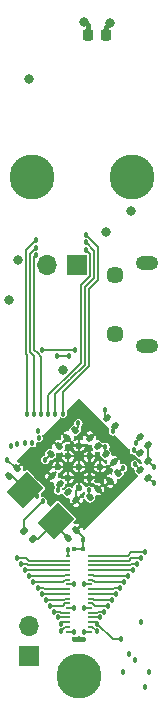
<source format=gbr>
%TF.GenerationSoftware,KiCad,Pcbnew,(6.0.7)*%
%TF.CreationDate,2022-08-25T19:07:38-04:00*%
%TF.ProjectId,msbaker,6d736261-6b65-4722-9e6b-696361645f70,3*%
%TF.SameCoordinates,Original*%
%TF.FileFunction,Copper,L4,Bot*%
%TF.FilePolarity,Positive*%
%FSLAX46Y46*%
G04 Gerber Fmt 4.6, Leading zero omitted, Abs format (unit mm)*
G04 Created by KiCad (PCBNEW (6.0.7)) date 2022-08-25 19:07:38*
%MOMM*%
%LPD*%
G01*
G04 APERTURE LIST*
G04 Aperture macros list*
%AMRoundRect*
0 Rectangle with rounded corners*
0 $1 Rounding radius*
0 $2 $3 $4 $5 $6 $7 $8 $9 X,Y pos of 4 corners*
0 Add a 4 corners polygon primitive as box body*
4,1,4,$2,$3,$4,$5,$6,$7,$8,$9,$2,$3,0*
0 Add four circle primitives for the rounded corners*
1,1,$1+$1,$2,$3*
1,1,$1+$1,$4,$5*
1,1,$1+$1,$6,$7*
1,1,$1+$1,$8,$9*
0 Add four rect primitives between the rounded corners*
20,1,$1+$1,$2,$3,$4,$5,0*
20,1,$1+$1,$4,$5,$6,$7,0*
20,1,$1+$1,$6,$7,$8,$9,0*
20,1,$1+$1,$8,$9,$2,$3,0*%
%AMRotRect*
0 Rectangle, with rotation*
0 The origin of the aperture is its center*
0 $1 length*
0 $2 width*
0 $3 Rotation angle, in degrees counterclockwise*
0 Add horizontal line*
21,1,$1,$2,0,0,$3*%
G04 Aperture macros list end*
%TA.AperFunction,ComponentPad*%
%ADD10O,1.900000X1.200000*%
%TD*%
%TA.AperFunction,ComponentPad*%
%ADD11C,1.450000*%
%TD*%
%TA.AperFunction,ComponentPad*%
%ADD12C,3.800000*%
%TD*%
%TA.AperFunction,ComponentPad*%
%ADD13C,0.600000*%
%TD*%
%TA.AperFunction,ComponentPad*%
%ADD14R,1.700000X1.700000*%
%TD*%
%TA.AperFunction,ComponentPad*%
%ADD15O,1.700000X1.700000*%
%TD*%
%TA.AperFunction,SMDPad,CuDef*%
%ADD16RoundRect,0.140000X0.219203X0.021213X0.021213X0.219203X-0.219203X-0.021213X-0.021213X-0.219203X0*%
%TD*%
%TA.AperFunction,SMDPad,CuDef*%
%ADD17RoundRect,0.140000X-0.219203X-0.021213X-0.021213X-0.219203X0.219203X0.021213X0.021213X0.219203X0*%
%TD*%
%TA.AperFunction,SMDPad,CuDef*%
%ADD18RoundRect,0.140000X-0.021213X0.219203X-0.219203X0.021213X0.021213X-0.219203X0.219203X-0.021213X0*%
%TD*%
%TA.AperFunction,SMDPad,CuDef*%
%ADD19RoundRect,0.140000X0.021213X-0.219203X0.219203X-0.021213X-0.021213X0.219203X-0.219203X0.021213X0*%
%TD*%
%TA.AperFunction,SMDPad,CuDef*%
%ADD20RoundRect,0.060000X-0.115000X0.060000X-0.115000X-0.060000X0.115000X-0.060000X0.115000X0.060000X0*%
%TD*%
%TA.AperFunction,SMDPad,CuDef*%
%ADD21RoundRect,0.075000X-0.135000X0.075000X-0.135000X-0.075000X0.135000X-0.075000X0.135000X0.075000X0*%
%TD*%
%TA.AperFunction,SMDPad,CuDef*%
%ADD22RoundRect,0.225000X-0.225000X-0.250000X0.225000X-0.250000X0.225000X0.250000X-0.225000X0.250000X0*%
%TD*%
%TA.AperFunction,SMDPad,CuDef*%
%ADD23RotRect,2.000000X2.400000X135.000000*%
%TD*%
%TA.AperFunction,SMDPad,CuDef*%
%ADD24RoundRect,0.135000X0.226274X0.035355X0.035355X0.226274X-0.226274X-0.035355X-0.035355X-0.226274X0*%
%TD*%
%TA.AperFunction,ViaPad*%
%ADD25C,0.800000*%
%TD*%
%TA.AperFunction,ViaPad*%
%ADD26C,0.457000*%
%TD*%
%TA.AperFunction,Conductor*%
%ADD27C,0.200000*%
%TD*%
%TA.AperFunction,Conductor*%
%ADD28C,0.400000*%
%TD*%
G04 APERTURE END LIST*
D10*
%TO.P,J1,6,Shield*%
%TO.N,GND*%
X190000000Y-90250000D03*
X190000000Y-97250000D03*
D11*
X187300000Y-91250000D03*
X187300000Y-96250000D03*
%TD*%
D12*
%TO.P,M2,1*%
%TO.N,N/C*%
X188750000Y-83000000D03*
%TD*%
%TO.P,M2,1*%
%TO.N,N/C*%
X180250000Y-83000000D03*
%TD*%
%TO.P,M2,1*%
%TO.N,N/C*%
X184250000Y-125250000D03*
%TD*%
D13*
%TO.P,U3,57,GND*%
%TO.N,GND*%
X184250000Y-107500000D03*
X182446878Y-107500000D03*
X183348439Y-108401561D03*
X184250000Y-109303122D03*
X185151561Y-106598439D03*
X185151561Y-108401561D03*
X184250000Y-105696878D03*
X183348439Y-106598439D03*
X186053122Y-107500000D03*
%TD*%
D14*
%TO.P,JP1,1,A*%
%TO.N,Net-(JP1-Pad1)*%
X184075000Y-90400000D03*
D15*
%TO.P,JP1,2,B*%
%TO.N,/QSPI_SS*%
X181535000Y-90400000D03*
%TD*%
D14*
%TO.P,JP2,1,A*%
%TO.N,GND*%
X180000000Y-123540000D03*
D15*
%TO.P,JP2,2,B*%
%TO.N,/RUN*%
X180000000Y-121000000D03*
%TD*%
D16*
%TO.P,C9,2*%
%TO.N,GND*%
X186660589Y-103360589D03*
%TO.P,C9,1*%
%TO.N,Net-(C7-Pad1)*%
X187339411Y-104039411D03*
%TD*%
%TO.P,C19,1*%
%TO.N,+3.3V*%
X185839411Y-105739411D03*
%TO.P,C19,2*%
%TO.N,GND*%
X185160589Y-105060589D03*
%TD*%
D17*
%TO.P,C10,1*%
%TO.N,+3.3V*%
X189460589Y-107760589D03*
%TO.P,C10,2*%
%TO.N,GND*%
X190139411Y-108439411D03*
%TD*%
%TO.P,C12,1*%
%TO.N,+3.3V*%
X186521178Y-106421178D03*
%TO.P,C12,2*%
%TO.N,GND*%
X187200000Y-107100000D03*
%TD*%
D18*
%TO.P,C18,1*%
%TO.N,+3.3V*%
X187578822Y-108021178D03*
%TO.P,C18,2*%
%TO.N,GND*%
X186900000Y-108700000D03*
%TD*%
D19*
%TO.P,C15,1*%
%TO.N,+3.3V*%
X181860589Y-106439411D03*
%TO.P,C15,2*%
%TO.N,GND*%
X182539411Y-105760589D03*
%TD*%
D16*
%TO.P,C16,1*%
%TO.N,+3.3V*%
X182639411Y-108939411D03*
%TO.P,C16,2*%
%TO.N,GND*%
X181960589Y-108260589D03*
%TD*%
D19*
%TO.P,C17,1*%
%TO.N,+3.3V*%
X185160589Y-110039411D03*
%TO.P,C17,2*%
%TO.N,GND*%
X185839411Y-109360589D03*
%TD*%
D20*
%TO.P,J3,1,Pin_1*%
%TO.N,/GPIO29*%
X185187500Y-115050000D03*
%TO.P,J3,2,Pin_2*%
%TO.N,+3.3V*%
X183312500Y-115050000D03*
%TO.P,J3,3,Pin_3*%
%TO.N,/GPIO28*%
X185187500Y-115450000D03*
%TO.P,J3,4,Pin_4*%
%TO.N,/GPIO12*%
X183312500Y-115450000D03*
%TO.P,J3,5,Pin_5*%
%TO.N,/GPIO27*%
X185187500Y-115850000D03*
%TO.P,J3,6,Pin_6*%
%TO.N,/GPIO13*%
X183312500Y-115850000D03*
%TO.P,J3,7,Pin_7*%
%TO.N,/GPIO26*%
X185187500Y-116250000D03*
%TO.P,J3,8,Pin_8*%
%TO.N,/GPIO14*%
X183312500Y-116250000D03*
%TO.P,J3,9,Pin_9*%
%TO.N,/LED*%
X185187500Y-116650000D03*
%TO.P,J3,10,Pin_10*%
%TO.N,/GPIO15*%
X183312500Y-116650000D03*
%TO.P,J3,11,Pin_11*%
%TO.N,/GPIO24*%
X185187500Y-117050000D03*
%TO.P,J3,12,Pin_12*%
%TO.N,/SWCLK*%
X183312500Y-117050000D03*
%TO.P,J3,13,Pin_13*%
%TO.N,GND*%
X185187500Y-117450000D03*
%TO.P,J3,14,Pin_14*%
X183312500Y-117450000D03*
%TO.P,J3,15,Pin_15*%
%TO.N,/GPIO23*%
X185187500Y-117850000D03*
%TO.P,J3,16,Pin_16*%
%TO.N,/SWD*%
X183312500Y-117850000D03*
%TO.P,J3,17,Pin_17*%
%TO.N,/GPIO22*%
X185187500Y-118250000D03*
%TO.P,J3,18,Pin_18*%
%TO.N,/RUN*%
X183312500Y-118250000D03*
%TO.P,J3,19,Pin_19*%
%TO.N,/GPIO21*%
X185187500Y-118650000D03*
%TO.P,J3,20,Pin_20*%
%TO.N,/GPIO16*%
X183312500Y-118650000D03*
%TO.P,J3,21,Pin_21*%
%TO.N,/GPIO20*%
X185187500Y-119050000D03*
%TO.P,J3,22,Pin_22*%
%TO.N,/GPIO17*%
X183312500Y-119050000D03*
%TO.P,J3,23,Pin_23*%
%TO.N,GND*%
X185187500Y-119450000D03*
%TO.P,J3,24,Pin_24*%
X183312500Y-119450000D03*
%TO.P,J3,25,Pin_25*%
%TO.N,/GPIO19*%
X185187500Y-119850000D03*
%TO.P,J3,26,Pin_26*%
%TO.N,/GPIO11*%
X183312500Y-119850000D03*
%TO.P,J3,27,Pin_27*%
%TO.N,/GPIO18*%
X185187500Y-120250000D03*
%TO.P,J3,28,Pin_28*%
%TO.N,/GPIO10*%
X183312500Y-120250000D03*
%TO.P,J3,29,Pin_29*%
%TO.N,/I2C0_SDA*%
X185187500Y-120650000D03*
%TO.P,J3,30,Pin_30*%
%TO.N,/GPIO9*%
X183312500Y-120650000D03*
%TO.P,J3,31,Pin_31*%
%TO.N,/I2C0_SCL*%
X185187500Y-121050000D03*
%TO.P,J3,32,Pin_32*%
%TO.N,/GPIO8*%
X183312500Y-121050000D03*
%TO.P,J3,33,Pin_33*%
%TO.N,GND*%
X185187500Y-121450000D03*
%TO.P,J3,34,Pin_34*%
X183312500Y-121450000D03*
D21*
%TO.P,J3,GND*%
X183875000Y-122075000D03*
X183875000Y-114425000D03*
X184625000Y-114425000D03*
X184625000Y-122075000D03*
%TD*%
D22*
%TO.P,C2,1*%
%TO.N,+3.3V*%
X185000000Y-70900000D03*
%TO.P,C2,2*%
%TO.N,GND*%
X186550000Y-70900000D03*
%TD*%
D23*
%TO.P,Y1,1,1*%
%TO.N,Net-(C5-Pad2)*%
X182308148Y-112058148D03*
%TO.P,Y1,2,2*%
%TO.N,Net-(C4-Pad2)*%
X179691852Y-109441852D03*
%TD*%
D18*
%TO.P,C14,1*%
%TO.N,+3.3V*%
X183939411Y-104360589D03*
%TO.P,C14,2*%
%TO.N,GND*%
X183260589Y-105039411D03*
%TD*%
%TO.P,C4,1*%
%TO.N,GND*%
X178978822Y-107621178D03*
%TO.P,C4,2*%
%TO.N,Net-(C4-Pad2)*%
X178300000Y-108300000D03*
%TD*%
D17*
%TO.P,C7,1*%
%TO.N,Net-(C7-Pad1)*%
X189460589Y-104960589D03*
%TO.P,C7,2*%
%TO.N,GND*%
X190139411Y-105639411D03*
%TD*%
D24*
%TO.P,R4,1*%
%TO.N,Net-(C5-Pad2)*%
X180360624Y-113610624D03*
%TO.P,R4,2*%
%TO.N,Net-(R4-Pad2)*%
X179639376Y-112889376D03*
%TD*%
D18*
%TO.P,C5,1*%
%TO.N,GND*%
X184039411Y-112860589D03*
%TO.P,C5,2*%
%TO.N,Net-(C5-Pad2)*%
X183360589Y-113539411D03*
%TD*%
D17*
%TO.P,C20,1*%
%TO.N,+3.3V*%
X189460589Y-106360589D03*
%TO.P,C20,2*%
%TO.N,GND*%
X190139411Y-107039411D03*
%TD*%
%TO.P,C8,1*%
%TO.N,Net-(C7-Pad1)*%
X183360589Y-109660589D03*
%TO.P,C8,2*%
%TO.N,GND*%
X184039411Y-110339411D03*
%TD*%
D25*
%TO.N,GND*%
X179100000Y-90000000D03*
D26*
X184650000Y-119450000D03*
X184650000Y-117450000D03*
D25*
X186550000Y-87650000D03*
D26*
X188500000Y-123337500D03*
D25*
X182900000Y-99300000D03*
X180000000Y-74700000D03*
D26*
X189850000Y-126150000D03*
X184650000Y-121450000D03*
X183850000Y-117450000D03*
X183850000Y-119450000D03*
X189500000Y-120650000D03*
X184625000Y-113675000D03*
D25*
X186900000Y-69900000D03*
D26*
X181600000Y-108700000D03*
X186500000Y-102700000D03*
X190600000Y-107500000D03*
X189000000Y-123837500D03*
X183850000Y-121450000D03*
X178200000Y-106900000D03*
X190600000Y-108900000D03*
X184250000Y-122100000D03*
%TO.N,+3.3V*%
X182500000Y-109500000D03*
D25*
X178300000Y-93400000D03*
D26*
X186500000Y-105800000D03*
X184200000Y-103800000D03*
X189000000Y-107300000D03*
X188000000Y-124887500D03*
D25*
X184700000Y-69800000D03*
D26*
X188000000Y-107600000D03*
X181400000Y-106900000D03*
X188900000Y-106100000D03*
D25*
X188700000Y-85800000D03*
D26*
X190150000Y-124887500D03*
X183300000Y-114550000D03*
X185100000Y-109500000D03*
%TO.N,Net-(C4-Pad2)*%
X180700000Y-110000000D03*
%TO.N,Net-(C7-Pad1)*%
X187150000Y-104500000D03*
X189050000Y-105500000D03*
X183360589Y-109660589D03*
%TO.N,/SD_DAT2*%
X181050000Y-103000000D03*
X180600000Y-89600000D03*
%TO.N,/SD_DAT3*%
X180600000Y-88950000D03*
X180450000Y-103000000D03*
%TO.N,/SD_CMD*%
X179850000Y-103000000D03*
X180600000Y-88300000D03*
%TO.N,/SD_CLK*%
X184850000Y-87850000D03*
X182900000Y-103000000D03*
%TO.N,/SD_DAT0*%
X184850000Y-88500000D03*
X182250000Y-103000000D03*
%TO.N,/SD_DAT1*%
X181650000Y-103000000D03*
X184850000Y-89150000D03*
%TO.N,/GPIO29*%
X189850000Y-114750000D03*
%TO.N,/GPIO28*%
X189500000Y-115250000D03*
%TO.N,/GPIO12*%
X179000000Y-115250000D03*
%TO.N,/GPIO27*%
X189150000Y-115750000D03*
%TO.N,/GPIO13*%
X179350000Y-115750000D03*
%TO.N,/GPIO26*%
X188800000Y-116250000D03*
%TO.N,/GPIO14*%
X179700000Y-116250000D03*
%TO.N,/LED*%
X188450000Y-116750000D03*
%TO.N,/GPIO15*%
X180050000Y-116750000D03*
%TO.N,/GPIO24*%
X188100000Y-117250000D03*
%TO.N,/SWCLK*%
X180400000Y-117250000D03*
%TO.N,/GPIO23*%
X187750000Y-117750000D03*
%TO.N,/SWD*%
X180750000Y-117750000D03*
%TO.N,/GPIO22*%
X187400000Y-118250000D03*
%TO.N,/RUN*%
X181100000Y-118250000D03*
%TO.N,/GPIO21*%
X187050000Y-118750000D03*
%TO.N,/GPIO16*%
X181450000Y-118750000D03*
%TO.N,/GPIO20*%
X186700000Y-119250000D03*
%TO.N,/GPIO17*%
X181800000Y-119250000D03*
%TO.N,/GPIO19*%
X186350000Y-119750000D03*
%TO.N,/GPIO11*%
X182150000Y-119750000D03*
X178500000Y-105750000D03*
%TO.N,/GPIO18*%
X186000000Y-120250000D03*
%TO.N,/GPIO10*%
X179050000Y-105550000D03*
X182500000Y-120250000D03*
%TO.N,/I2C0_SDA*%
X185800000Y-120800000D03*
X187800000Y-122100000D03*
X180750000Y-104450000D03*
%TO.N,/GPIO9*%
X182700000Y-120800000D03*
X179650000Y-105500000D03*
%TO.N,/I2C0_SCL*%
X180850000Y-105050000D03*
X185750000Y-121400000D03*
%TO.N,/GPIO8*%
X180300000Y-105500000D03*
X182750000Y-121400000D03*
%TO.N,Net-(R4-Pad2)*%
X181200000Y-110400000D03*
%TO.N,/QSPI_SCLK*%
X182400000Y-98100000D03*
X183400000Y-98100000D03*
%TO.N,/QSPI_SD3*%
X181100000Y-97600000D03*
X183900000Y-97600000D03*
%TD*%
D27*
%TO.N,GND*%
X186660589Y-103360589D02*
X186500000Y-103200000D01*
X184039411Y-110339411D02*
X184039411Y-109513711D01*
X184039411Y-112860589D02*
X184700000Y-113521178D01*
X190139411Y-107039411D02*
X190600000Y-107500000D01*
D28*
X186550000Y-70250000D02*
X186900000Y-69900000D01*
D27*
X184039411Y-109513711D02*
X184250000Y-109303122D01*
X183312500Y-121450000D02*
X183850000Y-121450000D01*
X184625000Y-113675000D02*
X184700000Y-113600000D01*
X181600000Y-108621178D02*
X181600000Y-108700000D01*
D28*
X184250000Y-122100000D02*
X184600000Y-122100000D01*
X186550000Y-70900000D02*
X186550000Y-70250000D01*
X183875000Y-122075000D02*
X183900000Y-122100000D01*
D27*
X190139411Y-105639411D02*
X190139411Y-107039411D01*
X178978822Y-107621178D02*
X178921178Y-107621178D01*
X186500000Y-103200000D02*
X186500000Y-102700000D01*
X183312500Y-119450000D02*
X183850000Y-119450000D01*
X184625000Y-114425000D02*
X184625000Y-113675000D01*
X178921178Y-107621178D02*
X178200000Y-106900000D01*
X183875000Y-114425000D02*
X184625000Y-114425000D01*
D28*
X183900000Y-122100000D02*
X184250000Y-122100000D01*
D27*
X183312500Y-117450000D02*
X183850000Y-117450000D01*
X184700000Y-113521178D02*
X184700000Y-113600000D01*
X185187500Y-121450000D02*
X184650000Y-121450000D01*
D28*
X184600000Y-122100000D02*
X184625000Y-122075000D01*
D27*
X190139411Y-108439411D02*
X190600000Y-108900000D01*
X185839411Y-109360589D02*
X185839411Y-109089411D01*
X185187500Y-119450000D02*
X184650000Y-119450000D01*
X185187500Y-117450000D02*
X184650000Y-117450000D01*
%TO.N,+3.3V*%
X183312500Y-115050000D02*
X183312500Y-114562500D01*
X185839411Y-105739411D02*
X186439411Y-105739411D01*
X189160589Y-106360589D02*
X188900000Y-106100000D01*
X185100000Y-109978822D02*
X185100000Y-109500000D01*
X183939411Y-104360589D02*
X184200000Y-104100000D01*
X186439411Y-105739411D02*
X186500000Y-105800000D01*
X183312500Y-114562500D02*
X183300000Y-114550000D01*
X182500000Y-109500000D02*
X182500000Y-109078822D01*
X187578822Y-108021178D02*
X188000000Y-107600000D01*
X181860589Y-106439411D02*
X181400000Y-106900000D01*
X189460589Y-106360589D02*
X189160589Y-106360589D01*
X189460589Y-107760589D02*
X189000000Y-107300000D01*
D28*
X185000000Y-70100000D02*
X184700000Y-69800000D01*
D27*
X186521178Y-106421178D02*
X186500000Y-106400000D01*
D28*
X185000000Y-70900000D02*
X185000000Y-70100000D01*
D27*
X186500000Y-106400000D02*
X186500000Y-105800000D01*
X182500000Y-109078822D02*
X182639411Y-108939411D01*
X185160589Y-110039411D02*
X185100000Y-109978822D01*
X184200000Y-104100000D02*
X184200000Y-103800000D01*
%TO.N,Net-(C4-Pad2)*%
X180250000Y-110000000D02*
X179691852Y-109441852D01*
X178300000Y-108300000D02*
X178550000Y-108300000D01*
X180700000Y-110000000D02*
X180250000Y-110000000D01*
X178550000Y-108300000D02*
X179691852Y-109441852D01*
%TO.N,Net-(C5-Pad2)*%
X180360624Y-113610624D02*
X180755672Y-113610624D01*
X180755672Y-113610624D02*
X182308148Y-112058148D01*
X183360589Y-113539411D02*
X182308148Y-112486970D01*
X182308148Y-112486970D02*
X182308148Y-112058148D01*
%TO.N,Net-(C7-Pad1)*%
X189050000Y-105500000D02*
X189460589Y-105089411D01*
X189460589Y-105089411D02*
X189460589Y-104960589D01*
X187150000Y-104500000D02*
X187150000Y-104228822D01*
X187150000Y-104228822D02*
X187339411Y-104039411D01*
%TO.N,/SD_DAT2*%
X180450000Y-89950000D02*
X180450000Y-89750000D01*
X180450000Y-97600000D02*
X180450000Y-89950000D01*
X180450000Y-89750000D02*
X180600000Y-89600000D01*
X181050000Y-103000000D02*
X181050000Y-98200000D01*
X181050000Y-98200000D02*
X180750000Y-97900000D01*
X180750000Y-97900000D02*
X180450000Y-97600000D01*
%TO.N,/SD_DAT3*%
X180100000Y-97750000D02*
X180100000Y-97450000D01*
X180450000Y-98100000D02*
X180150000Y-97800000D01*
X180450000Y-103000000D02*
X180450000Y-98100000D01*
X180150000Y-97800000D02*
X180100000Y-97750000D01*
X180100000Y-97450000D02*
X180100000Y-90000000D01*
X180100000Y-90000000D02*
X180100000Y-89450000D01*
X180100000Y-89450000D02*
X180600000Y-88950000D01*
%TO.N,/SD_CMD*%
X179750000Y-97350000D02*
X179750000Y-90150000D01*
X179800000Y-97950000D02*
X179750000Y-97900000D01*
X179750000Y-90150000D02*
X179750000Y-89150000D01*
X179850000Y-98000000D02*
X179800000Y-97950000D01*
X179850000Y-103000000D02*
X179850000Y-98000000D01*
X179750000Y-97900000D02*
X179750000Y-97350000D01*
X179750000Y-89150000D02*
X180600000Y-88300000D01*
%TO.N,/SD_CLK*%
X185100000Y-92450000D02*
X185650000Y-91900000D01*
X185900000Y-91650000D02*
X185900000Y-89300000D01*
X185900000Y-89300000D02*
X185900000Y-88900000D01*
X185900000Y-88900000D02*
X184850000Y-87850000D01*
X183750000Y-100350000D02*
X185100000Y-99000000D01*
X185100000Y-98700000D02*
X185100000Y-92450000D01*
X182900000Y-103000000D02*
X182900000Y-101200000D01*
X185650000Y-91900000D02*
X185900000Y-91650000D01*
X185100000Y-99000000D02*
X185100000Y-98700000D01*
X182900000Y-101200000D02*
X183750000Y-100350000D01*
%TO.N,/SD_DAT0*%
X185550000Y-91500000D02*
X185550000Y-89200000D01*
X182250000Y-103000000D02*
X182250000Y-101350000D01*
X183500000Y-100100000D02*
X184750000Y-98850000D01*
X184750000Y-92300000D02*
X185450000Y-91600000D01*
X184750000Y-98250000D02*
X184750000Y-92300000D01*
X185450000Y-91600000D02*
X185550000Y-91500000D01*
X185550000Y-89200000D02*
X184850000Y-88500000D01*
X184750000Y-98850000D02*
X184750000Y-98250000D01*
X182250000Y-101350000D02*
X183500000Y-100100000D01*
%TO.N,/SD_DAT1*%
X184400000Y-97400000D02*
X184400000Y-92100000D01*
X181650000Y-103000000D02*
X181650000Y-101450000D01*
X181650000Y-101450000D02*
X183800000Y-99300000D01*
X184400000Y-92100000D02*
X185200000Y-91300000D01*
X183800000Y-99300000D02*
X184400000Y-98700000D01*
X185200000Y-91300000D02*
X185200000Y-89500000D01*
X184400000Y-98700000D02*
X184400000Y-97400000D01*
X185200000Y-89500000D02*
X184850000Y-89150000D01*
%TO.N,/GPIO29*%
X188700000Y-114750000D02*
X189850000Y-114750000D01*
X188400000Y-115050000D02*
X188700000Y-114750000D01*
X185187500Y-115050000D02*
X188400000Y-115050000D01*
%TO.N,/GPIO28*%
X188700000Y-115250000D02*
X189500000Y-115250000D01*
X185187500Y-115450000D02*
X188500000Y-115450000D01*
X188500000Y-115450000D02*
X188700000Y-115250000D01*
%TO.N,/GPIO12*%
X179800000Y-115250000D02*
X180000000Y-115450000D01*
X180000000Y-115450000D02*
X183312500Y-115450000D01*
X179000000Y-115250000D02*
X179800000Y-115250000D01*
%TO.N,/GPIO27*%
X188550000Y-115850000D02*
X188650000Y-115750000D01*
X188650000Y-115750000D02*
X189150000Y-115750000D01*
X185187500Y-115850000D02*
X188550000Y-115850000D01*
%TO.N,/GPIO13*%
X179850000Y-115750000D02*
X179950000Y-115850000D01*
X179350000Y-115750000D02*
X179850000Y-115750000D01*
X179950000Y-115850000D02*
X183312500Y-115850000D01*
%TO.N,/GPIO26*%
X188800000Y-116250000D02*
X185187500Y-116250000D01*
%TO.N,/GPIO14*%
X179700000Y-116250000D02*
X183312500Y-116250000D01*
%TO.N,/LED*%
X185450000Y-116650000D02*
X185187500Y-116650000D01*
X185550000Y-116750000D02*
X185450000Y-116650000D01*
X188450000Y-116750000D02*
X185550000Y-116750000D01*
%TO.N,/GPIO15*%
X180050000Y-116750000D02*
X182950000Y-116750000D01*
X183050000Y-116650000D02*
X183312500Y-116650000D01*
X182950000Y-116750000D02*
X183050000Y-116650000D01*
%TO.N,/GPIO24*%
X188100000Y-117250000D02*
X185600000Y-117250000D01*
X185600000Y-117250000D02*
X185400000Y-117050000D01*
X185400000Y-117050000D02*
X185187500Y-117050000D01*
%TO.N,/SWCLK*%
X183100000Y-117050000D02*
X183312500Y-117050000D01*
X182900000Y-117250000D02*
X183100000Y-117050000D01*
X180400000Y-117250000D02*
X182900000Y-117250000D01*
%TO.N,/GPIO23*%
X187250000Y-117750000D02*
X187750000Y-117750000D01*
X185187500Y-117850000D02*
X187150000Y-117850000D01*
X187150000Y-117850000D02*
X187250000Y-117750000D01*
%TO.N,/SWD*%
X183312500Y-117850000D02*
X181350000Y-117850000D01*
X181250000Y-117750000D02*
X180750000Y-117750000D01*
X181350000Y-117850000D02*
X181250000Y-117750000D01*
%TO.N,/GPIO22*%
X187400000Y-118250000D02*
X185187500Y-118250000D01*
%TO.N,/RUN*%
X181100000Y-118250000D02*
X183312500Y-118250000D01*
%TO.N,/GPIO21*%
X187050000Y-118750000D02*
X185550000Y-118750000D01*
X185450000Y-118650000D02*
X185187500Y-118650000D01*
X185550000Y-118750000D02*
X185450000Y-118650000D01*
%TO.N,/GPIO16*%
X182950000Y-118750000D02*
X183050000Y-118650000D01*
X183050000Y-118650000D02*
X183312500Y-118650000D01*
X181450000Y-118750000D02*
X182950000Y-118750000D01*
%TO.N,/GPIO20*%
X185600000Y-119250000D02*
X185400000Y-119050000D01*
X186700000Y-119250000D02*
X185600000Y-119250000D01*
X185400000Y-119050000D02*
X185187500Y-119050000D01*
%TO.N,/GPIO17*%
X181800000Y-119250000D02*
X182900000Y-119250000D01*
X183100000Y-119050000D02*
X183312500Y-119050000D01*
X182900000Y-119250000D02*
X183100000Y-119050000D01*
%TO.N,/GPIO19*%
X185187500Y-119850000D02*
X185750000Y-119850000D01*
X185750000Y-119850000D02*
X185850000Y-119750000D01*
X185850000Y-119750000D02*
X186350000Y-119750000D01*
%TO.N,/GPIO11*%
X182750000Y-119850000D02*
X182650000Y-119750000D01*
X183312500Y-119850000D02*
X182750000Y-119850000D01*
X182650000Y-119750000D02*
X182150000Y-119750000D01*
%TO.N,/GPIO18*%
X186000000Y-120250000D02*
X185187500Y-120250000D01*
%TO.N,/GPIO10*%
X183312500Y-120250000D02*
X182500000Y-120250000D01*
%TO.N,/I2C0_SDA*%
X185187500Y-120650000D02*
X185650000Y-120650000D01*
X185800000Y-120800000D02*
X187100000Y-122100000D01*
X185650000Y-120650000D02*
X185800000Y-120800000D01*
X187100000Y-122100000D02*
X187800000Y-122100000D01*
%TO.N,/GPIO9*%
X183312500Y-120650000D02*
X182850000Y-120650000D01*
X182850000Y-120650000D02*
X182700000Y-120800000D01*
%TO.N,/I2C0_SCL*%
X185187500Y-121050000D02*
X185400000Y-121050000D01*
X185400000Y-121050000D02*
X185750000Y-121400000D01*
%TO.N,/GPIO8*%
X182750000Y-121400000D02*
X183100000Y-121050000D01*
X183100000Y-121050000D02*
X183312500Y-121050000D01*
%TO.N,Net-(R4-Pad2)*%
X179639376Y-111960624D02*
X179639376Y-112889376D01*
X181200000Y-110400000D02*
X179639376Y-111960624D01*
%TO.N,/QSPI_SCLK*%
X183400000Y-98100000D02*
X182400000Y-98100000D01*
%TO.N,/QSPI_SD3*%
X183900000Y-97600000D02*
X181100000Y-97600000D01*
%TD*%
%TA.AperFunction,Conductor*%
%TO.N,GND*%
G36*
X184294945Y-101751798D02*
G01*
X184320004Y-101770004D01*
X186800700Y-104250700D01*
X186828477Y-104305217D01*
X186818907Y-104365647D01*
X186813210Y-104376829D01*
X186807203Y-104388619D01*
X186789562Y-104500000D01*
X186790781Y-104507696D01*
X186804924Y-104596990D01*
X186807203Y-104611381D01*
X186810739Y-104618320D01*
X186810739Y-104618321D01*
X186832924Y-104661860D01*
X186858400Y-104711860D01*
X186938140Y-104791600D01*
X186945077Y-104795135D01*
X186945079Y-104795136D01*
X187029479Y-104838140D01*
X187038619Y-104842797D01*
X187046313Y-104844016D01*
X187046314Y-104844016D01*
X187142304Y-104859219D01*
X187150000Y-104860438D01*
X187157696Y-104859219D01*
X187253686Y-104844016D01*
X187253687Y-104844016D01*
X187261381Y-104842797D01*
X187270521Y-104838140D01*
X187284353Y-104831093D01*
X187344786Y-104821523D01*
X187399300Y-104849300D01*
X188518994Y-105968994D01*
X188546771Y-106023511D01*
X188546771Y-106054484D01*
X188539562Y-106100000D01*
X188540781Y-106107696D01*
X188552844Y-106183857D01*
X188557203Y-106211381D01*
X188560739Y-106218320D01*
X188560739Y-106218321D01*
X188597315Y-106290104D01*
X188608400Y-106311860D01*
X188688140Y-106391600D01*
X188695077Y-106395135D01*
X188695079Y-106395136D01*
X188723323Y-106409527D01*
X188788619Y-106442797D01*
X188796313Y-106444016D01*
X188796314Y-106444016D01*
X188866588Y-106455146D01*
X188900000Y-106460438D01*
X188900154Y-106460414D01*
X188954668Y-106478126D01*
X188966481Y-106488215D01*
X188993697Y-106515431D01*
X188997264Y-106519191D01*
X189023881Y-106548752D01*
X189032422Y-106552555D01*
X189042110Y-106560828D01*
X189268856Y-106787574D01*
X189272893Y-106790271D01*
X189272896Y-106790274D01*
X189281936Y-106796314D01*
X189335002Y-106831772D01*
X189344567Y-106833675D01*
X189344568Y-106833675D01*
X189363929Y-106837526D01*
X189414620Y-106864620D01*
X189551212Y-107001212D01*
X189578989Y-107055729D01*
X189580208Y-107071216D01*
X189580208Y-107111916D01*
X189583170Y-107128717D01*
X189586435Y-107137687D01*
X189588571Y-107198835D01*
X189554357Y-107249560D01*
X189493406Y-107270547D01*
X189491364Y-107270547D01*
X189481802Y-107268645D01*
X189472240Y-107270547D01*
X189472237Y-107270547D01*
X189460316Y-107272918D01*
X189399555Y-107265725D01*
X189354626Y-107224192D01*
X189347415Y-107203401D01*
X189346423Y-107203723D01*
X189344016Y-107196314D01*
X189342797Y-107188619D01*
X189316846Y-107137687D01*
X189295136Y-107095079D01*
X189295135Y-107095077D01*
X189291600Y-107088140D01*
X189211860Y-107008400D01*
X189204923Y-107004865D01*
X189204921Y-107004864D01*
X189118321Y-106960739D01*
X189118320Y-106960739D01*
X189111381Y-106957203D01*
X189103687Y-106955984D01*
X189103686Y-106955984D01*
X189007696Y-106940781D01*
X189000000Y-106939562D01*
X188992304Y-106940781D01*
X188896314Y-106955984D01*
X188896313Y-106955984D01*
X188888619Y-106957203D01*
X188881680Y-106960739D01*
X188881679Y-106960739D01*
X188795079Y-107004864D01*
X188795077Y-107004865D01*
X188788140Y-107008400D01*
X188708400Y-107088140D01*
X188704865Y-107095077D01*
X188704864Y-107095079D01*
X188683154Y-107137687D01*
X188657203Y-107188619D01*
X188655984Y-107196313D01*
X188655984Y-107196314D01*
X188649973Y-107234268D01*
X188639562Y-107300000D01*
X188644467Y-107330968D01*
X188655163Y-107398498D01*
X188657203Y-107411381D01*
X188660739Y-107418320D01*
X188660739Y-107418321D01*
X188683892Y-107463760D01*
X188708400Y-107511860D01*
X188788140Y-107591600D01*
X188795077Y-107595135D01*
X188795079Y-107595136D01*
X188876584Y-107636665D01*
X188888619Y-107642797D01*
X188896314Y-107644016D01*
X188903723Y-107646423D01*
X188902852Y-107649103D01*
X188945830Y-107671007D01*
X188973603Y-107725526D01*
X188972918Y-107760316D01*
X188970547Y-107772237D01*
X188970547Y-107772240D01*
X188968645Y-107781802D01*
X188970547Y-107791364D01*
X188987101Y-107874587D01*
X188989406Y-107886176D01*
X189008216Y-107914327D01*
X189030904Y-107948282D01*
X189030907Y-107948285D01*
X189033604Y-107952322D01*
X189245637Y-108164355D01*
X189273414Y-108218872D01*
X189263843Y-108279304D01*
X189245637Y-108304363D01*
X184743064Y-112806936D01*
X184688547Y-112834713D01*
X184628115Y-112825142D01*
X184584850Y-112781877D01*
X184580030Y-112770792D01*
X184560195Y-112716296D01*
X184552995Y-112703171D01*
X184529175Y-112672129D01*
X184524914Y-112667269D01*
X184460619Y-112602974D01*
X184448736Y-112596920D01*
X184443705Y-112597716D01*
X184109415Y-112932006D01*
X184054898Y-112959783D01*
X183994466Y-112950212D01*
X183969407Y-112932006D01*
X183967994Y-112930593D01*
X183940217Y-112876076D01*
X183949788Y-112815644D01*
X183967994Y-112790585D01*
X184297026Y-112461553D01*
X184303080Y-112449670D01*
X184302284Y-112444639D01*
X184232731Y-112375086D01*
X184227871Y-112370825D01*
X184196829Y-112347005D01*
X184183704Y-112339805D01*
X184086285Y-112304347D01*
X184069489Y-112301386D01*
X183966906Y-112301386D01*
X183950104Y-112304348D01*
X183908072Y-112319647D01*
X183846924Y-112321783D01*
X183796199Y-112287569D01*
X183775272Y-112230073D01*
X183792137Y-112171258D01*
X183804208Y-112156614D01*
X183962819Y-111998003D01*
X183983885Y-111966474D01*
X183993780Y-111916727D01*
X183983885Y-111866979D01*
X183962819Y-111835450D01*
X182898912Y-110771543D01*
X183754529Y-110771543D01*
X183755325Y-110776574D01*
X183803672Y-110824921D01*
X183808518Y-110829170D01*
X183839567Y-110852995D01*
X183852689Y-110860194D01*
X183950110Y-110895653D01*
X183966906Y-110898614D01*
X184069489Y-110898614D01*
X184086285Y-110895653D01*
X184183704Y-110860195D01*
X184196829Y-110852995D01*
X184227871Y-110829175D01*
X184232731Y-110824914D01*
X184297026Y-110760619D01*
X184303080Y-110748736D01*
X184302284Y-110743705D01*
X184050497Y-110491918D01*
X184038614Y-110485864D01*
X184033583Y-110486660D01*
X183760583Y-110759660D01*
X183754529Y-110771543D01*
X182898912Y-110771543D01*
X182530846Y-110403477D01*
X182499317Y-110382411D01*
X182489757Y-110380510D01*
X182489756Y-110380509D01*
X182459131Y-110374418D01*
X182449569Y-110372516D01*
X182399822Y-110382411D01*
X182368293Y-110403477D01*
X181930889Y-110840881D01*
X181876372Y-110868658D01*
X181815940Y-110859087D01*
X181790881Y-110840881D01*
X181564762Y-110614762D01*
X181536985Y-110560245D01*
X181540470Y-110515948D01*
X181542797Y-110511381D01*
X181546839Y-110485864D01*
X181559219Y-110407696D01*
X181560438Y-110400000D01*
X181542797Y-110288619D01*
X181531193Y-110265845D01*
X181495136Y-110195079D01*
X181495135Y-110195077D01*
X181491600Y-110188140D01*
X181411860Y-110108400D01*
X181404923Y-110104865D01*
X181404921Y-110104864D01*
X181318321Y-110060739D01*
X181318320Y-110060739D01*
X181311381Y-110057203D01*
X181303687Y-110055984D01*
X181303686Y-110055984D01*
X181207696Y-110040781D01*
X181200000Y-110039562D01*
X181192304Y-110040781D01*
X181192302Y-110040781D01*
X181167746Y-110044670D01*
X181107314Y-110035098D01*
X181064050Y-109991833D01*
X181054479Y-109962376D01*
X181044016Y-109896314D01*
X181044016Y-109896313D01*
X181042797Y-109888619D01*
X181039261Y-109881679D01*
X181039259Y-109881673D01*
X181006869Y-109818105D01*
X180997297Y-109757673D01*
X181025074Y-109703156D01*
X181346523Y-109381707D01*
X181359481Y-109362313D01*
X181362174Y-109358283D01*
X181362175Y-109358282D01*
X181367589Y-109350178D01*
X181377484Y-109300431D01*
X181367589Y-109250683D01*
X181358472Y-109237037D01*
X181356178Y-109233604D01*
X181346523Y-109219154D01*
X180820090Y-108692721D01*
X181675707Y-108692721D01*
X181676503Y-108697752D01*
X181724850Y-108746099D01*
X181729696Y-108750348D01*
X181760745Y-108774173D01*
X181773867Y-108781372D01*
X181871288Y-108816831D01*
X181888084Y-108819792D01*
X181990667Y-108819792D01*
X182007466Y-108816830D01*
X182023960Y-108810827D01*
X182085108Y-108808692D01*
X182135833Y-108842907D01*
X182156759Y-108900403D01*
X182154917Y-108923169D01*
X182147467Y-108960624D01*
X182149369Y-108970186D01*
X182162737Y-109037390D01*
X182168228Y-109064998D01*
X182189558Y-109096920D01*
X182209726Y-109127104D01*
X182209729Y-109127107D01*
X182212426Y-109131144D01*
X182218907Y-109137625D01*
X182246684Y-109192142D01*
X182237113Y-109252574D01*
X182218907Y-109277633D01*
X182208400Y-109288140D01*
X182204865Y-109295077D01*
X182204864Y-109295079D01*
X182162784Y-109377665D01*
X182157203Y-109388619D01*
X182155984Y-109396313D01*
X182155984Y-109396314D01*
X182155673Y-109398277D01*
X182139562Y-109500000D01*
X182157203Y-109611381D01*
X182160739Y-109618320D01*
X182160739Y-109618321D01*
X182202416Y-109700115D01*
X182208400Y-109711860D01*
X182288140Y-109791600D01*
X182295077Y-109795135D01*
X182295079Y-109795136D01*
X182368950Y-109832775D01*
X182388619Y-109842797D01*
X182396313Y-109844016D01*
X182396314Y-109844016D01*
X182492304Y-109859219D01*
X182500000Y-109860438D01*
X182507696Y-109859219D01*
X182603686Y-109844016D01*
X182603687Y-109844016D01*
X182611381Y-109842797D01*
X182631050Y-109832775D01*
X182704921Y-109795136D01*
X182704923Y-109795135D01*
X182711860Y-109791600D01*
X182735681Y-109767779D01*
X182790198Y-109740002D01*
X182850630Y-109749573D01*
X182888103Y-109787046D01*
X182889406Y-109786176D01*
X182910741Y-109818105D01*
X182930904Y-109848282D01*
X182930907Y-109848285D01*
X182933604Y-109852322D01*
X183168856Y-110087574D01*
X183172893Y-110090271D01*
X183172896Y-110090274D01*
X183194105Y-110104445D01*
X183235002Y-110131772D01*
X183244565Y-110133674D01*
X183244567Y-110133675D01*
X183329814Y-110150631D01*
X183339376Y-110152533D01*
X183376830Y-110145083D01*
X183437590Y-110152275D01*
X183482520Y-110193807D01*
X183494457Y-110253817D01*
X183489173Y-110276040D01*
X183483170Y-110292534D01*
X183480208Y-110309333D01*
X183480208Y-110411916D01*
X183483169Y-110428712D01*
X183518628Y-110526133D01*
X183525827Y-110539255D01*
X183549652Y-110570304D01*
X183553901Y-110575150D01*
X183596990Y-110618239D01*
X183608873Y-110624293D01*
X183613904Y-110623497D01*
X184318239Y-109919162D01*
X184324294Y-109907279D01*
X184322065Y-109893207D01*
X184331637Y-109832775D01*
X184374902Y-109789511D01*
X184393805Y-109782207D01*
X184443811Y-109768573D01*
X184456628Y-109763026D01*
X184566659Y-109695468D01*
X184577400Y-109686551D01*
X184620555Y-109638874D01*
X184673623Y-109608421D01*
X184734456Y-109614976D01*
X184782160Y-109660364D01*
X184796341Y-109688194D01*
X184805915Y-109748625D01*
X184778137Y-109803145D01*
X184733604Y-109847678D01*
X184730907Y-109851715D01*
X184730904Y-109851718D01*
X184728207Y-109855755D01*
X184689406Y-109913824D01*
X184687504Y-109923387D01*
X184687503Y-109923389D01*
X184679742Y-109962410D01*
X184668645Y-110018198D01*
X184668018Y-110018073D01*
X184651640Y-110068481D01*
X184602140Y-110104445D01*
X184540954Y-110104445D01*
X184501543Y-110080294D01*
X184481832Y-110060583D01*
X184469949Y-110054529D01*
X184464918Y-110055325D01*
X184191918Y-110328325D01*
X184185864Y-110340208D01*
X184186660Y-110345239D01*
X184438447Y-110597026D01*
X184450330Y-110603080D01*
X184455361Y-110602284D01*
X184524914Y-110532731D01*
X184529175Y-110527871D01*
X184552995Y-110496829D01*
X184560195Y-110483704D01*
X184595653Y-110386285D01*
X184598614Y-110369489D01*
X184598614Y-110292736D01*
X184617521Y-110234545D01*
X184667021Y-110198581D01*
X184728207Y-110198581D01*
X184767618Y-110222732D01*
X185011282Y-110466396D01*
X185015319Y-110469093D01*
X185015322Y-110469096D01*
X185037185Y-110483704D01*
X185077428Y-110510594D01*
X185086991Y-110512496D01*
X185086993Y-110512497D01*
X185172240Y-110529453D01*
X185181802Y-110531355D01*
X185191364Y-110529453D01*
X185276611Y-110512497D01*
X185276613Y-110512496D01*
X185286176Y-110510594D01*
X185326419Y-110483704D01*
X185348282Y-110469096D01*
X185348285Y-110469093D01*
X185352322Y-110466396D01*
X185587574Y-110231144D01*
X185590271Y-110227107D01*
X185590274Y-110227104D01*
X185612522Y-110193807D01*
X185631772Y-110164998D01*
X185634252Y-110152533D01*
X185650631Y-110070186D01*
X185652533Y-110060624D01*
X185645083Y-110023170D01*
X185652275Y-109962410D01*
X185693807Y-109917480D01*
X185753817Y-109905543D01*
X185776040Y-109910827D01*
X185792534Y-109916830D01*
X185809333Y-109919792D01*
X185911916Y-109919792D01*
X185928712Y-109916831D01*
X186026133Y-109881372D01*
X186039255Y-109874173D01*
X186070304Y-109850348D01*
X186075150Y-109846099D01*
X186118239Y-109803010D01*
X186124293Y-109791127D01*
X186123497Y-109786096D01*
X185698787Y-109361386D01*
X185985864Y-109361386D01*
X185986660Y-109366417D01*
X186259660Y-109639417D01*
X186271543Y-109645471D01*
X186276574Y-109644675D01*
X186324921Y-109596328D01*
X186329170Y-109591482D01*
X186352995Y-109560433D01*
X186360194Y-109547311D01*
X186395653Y-109449890D01*
X186398614Y-109433094D01*
X186398614Y-109330511D01*
X186395653Y-109313715D01*
X186360195Y-109216296D01*
X186352995Y-109203171D01*
X186329175Y-109172129D01*
X186324914Y-109167269D01*
X186268564Y-109110919D01*
X186636331Y-109110919D01*
X186637127Y-109115950D01*
X186706680Y-109185503D01*
X186711540Y-109189764D01*
X186742582Y-109213584D01*
X186755707Y-109220784D01*
X186853126Y-109256242D01*
X186869922Y-109259203D01*
X186972505Y-109259203D01*
X186989301Y-109256242D01*
X187086722Y-109220783D01*
X187099844Y-109213584D01*
X187130893Y-109189759D01*
X187135739Y-109185510D01*
X187178828Y-109142421D01*
X187184882Y-109130538D01*
X187184086Y-109125507D01*
X186911086Y-108852507D01*
X186899203Y-108846453D01*
X186894172Y-108847249D01*
X186642385Y-109099036D01*
X186636331Y-109110919D01*
X186268564Y-109110919D01*
X186260619Y-109102974D01*
X186248736Y-109096920D01*
X186243705Y-109097716D01*
X185991918Y-109349503D01*
X185985864Y-109361386D01*
X185698787Y-109361386D01*
X185419162Y-109081761D01*
X185407279Y-109075707D01*
X185402248Y-109076503D01*
X185353901Y-109124850D01*
X185349652Y-109129696D01*
X185345737Y-109134798D01*
X185295313Y-109169454D01*
X185234149Y-109167853D01*
X185222250Y-109162741D01*
X185218321Y-109160739D01*
X185218320Y-109160739D01*
X185211381Y-109157203D01*
X185203687Y-109155984D01*
X185203686Y-109155984D01*
X185107696Y-109140781D01*
X185100000Y-109139562D01*
X185092304Y-109140781D01*
X184996314Y-109155984D01*
X184996313Y-109155984D01*
X184988619Y-109157203D01*
X184981680Y-109160739D01*
X184981679Y-109160739D01*
X184967717Y-109167853D01*
X184888140Y-109208400D01*
X184884815Y-109211725D01*
X184828110Y-109230148D01*
X184769920Y-109211240D01*
X184733091Y-109158934D01*
X184731918Y-109154923D01*
X184678479Y-109037390D01*
X184670951Y-109025620D01*
X184586673Y-108927809D01*
X184576148Y-108918628D01*
X184467802Y-108848401D01*
X184455125Y-108842544D01*
X184365026Y-108815599D01*
X184353217Y-108815878D01*
X184350000Y-108826190D01*
X184350000Y-109304122D01*
X184331093Y-109362313D01*
X184281593Y-109398277D01*
X184251000Y-109403122D01*
X184249000Y-109403122D01*
X184190809Y-109384215D01*
X184154845Y-109334715D01*
X184150000Y-109304122D01*
X184150000Y-108827321D01*
X184146285Y-108815888D01*
X184135797Y-108815700D01*
X184050517Y-108840073D01*
X184037769Y-108845775D01*
X183928571Y-108914674D01*
X183917938Y-108923723D01*
X183832466Y-109020503D01*
X183824802Y-109032171D01*
X183769930Y-109149044D01*
X183765844Y-109162406D01*
X183757475Y-109216159D01*
X183729841Y-109270748D01*
X183675397Y-109298668D01*
X183614940Y-109289255D01*
X183589650Y-109270932D01*
X183552322Y-109233604D01*
X183548285Y-109230907D01*
X183548282Y-109230904D01*
X183524512Y-109215022D01*
X183486176Y-109189406D01*
X183476613Y-109187504D01*
X183476611Y-109187503D01*
X183391364Y-109170547D01*
X183381802Y-109168645D01*
X183372240Y-109170547D01*
X183286993Y-109187503D01*
X183286991Y-109187504D01*
X183277428Y-109189406D01*
X183239092Y-109215022D01*
X183215322Y-109230904D01*
X183215319Y-109230907D01*
X183211282Y-109233604D01*
X183008416Y-109436470D01*
X182953899Y-109464247D01*
X182893467Y-109454676D01*
X182850202Y-109411411D01*
X182844255Y-109397050D01*
X182844016Y-109396313D01*
X182842797Y-109388619D01*
X182841863Y-109386786D01*
X182841868Y-109328501D01*
X182866016Y-109289098D01*
X183066396Y-109088718D01*
X183069093Y-109084681D01*
X183069096Y-109084678D01*
X183088637Y-109055433D01*
X183110594Y-109022572D01*
X183118250Y-108984086D01*
X183121213Y-108969188D01*
X183151110Y-108915804D01*
X183206675Y-108890188D01*
X183217808Y-108891221D01*
X183217791Y-108889697D01*
X183245066Y-108889387D01*
X183248439Y-108878802D01*
X183248439Y-108876909D01*
X183448439Y-108876909D01*
X183452218Y-108888540D01*
X183462395Y-108888784D01*
X183542250Y-108867012D01*
X183555067Y-108861465D01*
X183665098Y-108793907D01*
X183675839Y-108784990D01*
X183762486Y-108689264D01*
X183770297Y-108677683D01*
X183826591Y-108561492D01*
X183830839Y-108548182D01*
X183836081Y-108517023D01*
X183835410Y-108512508D01*
X184661771Y-108512508D01*
X184664112Y-108530407D01*
X184667868Y-108543861D01*
X184719869Y-108662041D01*
X184727249Y-108673896D01*
X184810328Y-108772733D01*
X184820739Y-108782041D01*
X184928220Y-108853586D01*
X184940823Y-108859598D01*
X185036594Y-108889519D01*
X185048188Y-108889387D01*
X185051561Y-108878802D01*
X185051561Y-108876909D01*
X185251561Y-108876909D01*
X185255340Y-108888540D01*
X185265517Y-108888784D01*
X185345372Y-108867012D01*
X185358190Y-108861465D01*
X185400845Y-108835275D01*
X185460328Y-108820939D01*
X185516876Y-108844305D01*
X185548891Y-108896446D01*
X185550427Y-108904154D01*
X185555326Y-108935083D01*
X185828325Y-109208082D01*
X185840208Y-109214136D01*
X185845239Y-109213340D01*
X186097026Y-108961553D01*
X186103080Y-108949670D01*
X186102284Y-108944639D01*
X186032731Y-108875086D01*
X186027871Y-108870825D01*
X185996829Y-108847005D01*
X185983704Y-108839805D01*
X185886285Y-108804347D01*
X185869489Y-108801386D01*
X185766906Y-108801386D01*
X185750106Y-108804348D01*
X185689009Y-108826586D01*
X185627860Y-108828722D01*
X185577135Y-108794508D01*
X185556208Y-108737013D01*
X185558196Y-108730078D01*
X186340797Y-108730078D01*
X186343758Y-108746874D01*
X186379216Y-108844293D01*
X186386416Y-108857418D01*
X186410236Y-108888460D01*
X186414497Y-108893320D01*
X186478792Y-108957615D01*
X186490675Y-108963669D01*
X186495706Y-108962873D01*
X186747493Y-108711086D01*
X186753547Y-108699203D01*
X186752751Y-108694172D01*
X186479751Y-108421172D01*
X186467868Y-108415118D01*
X186462837Y-108415914D01*
X186414490Y-108464261D01*
X186410241Y-108469107D01*
X186386416Y-108500156D01*
X186379217Y-108513278D01*
X186343758Y-108610699D01*
X186340797Y-108627495D01*
X186340797Y-108730078D01*
X185558196Y-108730078D01*
X185571270Y-108684482D01*
X185570343Y-108684033D01*
X185572931Y-108678692D01*
X185573072Y-108678199D01*
X185573418Y-108677686D01*
X185629713Y-108561492D01*
X185633961Y-108548182D01*
X185639203Y-108517023D01*
X185637243Y-108503831D01*
X185636653Y-108503230D01*
X185629847Y-108501561D01*
X185267241Y-108501561D01*
X185254556Y-108505683D01*
X185251561Y-108509804D01*
X185251561Y-108876909D01*
X185051561Y-108876909D01*
X185051561Y-108517241D01*
X185047439Y-108504556D01*
X185043318Y-108501561D01*
X184676020Y-108501561D01*
X184663335Y-108505683D01*
X184662266Y-108507154D01*
X184661771Y-108512508D01*
X183835410Y-108512508D01*
X183834121Y-108503831D01*
X183833531Y-108503230D01*
X183826725Y-108501561D01*
X183464119Y-108501561D01*
X183451434Y-108505683D01*
X183448439Y-108509804D01*
X183448439Y-108876909D01*
X183248439Y-108876909D01*
X183248439Y-108517241D01*
X183244317Y-108504556D01*
X183240196Y-108501561D01*
X182857218Y-108501561D01*
X182857218Y-108499406D01*
X182818351Y-108499407D01*
X182793941Y-108487568D01*
X182778012Y-108476924D01*
X182774811Y-108472862D01*
X182769851Y-108471470D01*
X182764998Y-108468228D01*
X182660624Y-108447467D01*
X182623170Y-108454917D01*
X182562410Y-108447725D01*
X182517480Y-108406193D01*
X182505543Y-108346183D01*
X182510827Y-108323960D01*
X182516830Y-108307466D01*
X182519792Y-108290667D01*
X182519792Y-108286067D01*
X182860356Y-108286067D01*
X182862478Y-108299235D01*
X182863306Y-108300060D01*
X182869597Y-108301561D01*
X183232759Y-108301561D01*
X183245444Y-108297439D01*
X183248439Y-108293318D01*
X183248439Y-108285881D01*
X183448439Y-108285881D01*
X183452561Y-108298566D01*
X183456682Y-108301561D01*
X183823580Y-108301561D01*
X183836265Y-108297439D01*
X183837143Y-108296232D01*
X183837651Y-108290329D01*
X183837041Y-108286067D01*
X184663478Y-108286067D01*
X184665600Y-108299235D01*
X184666428Y-108300059D01*
X184672720Y-108301561D01*
X185035881Y-108301561D01*
X185048566Y-108297439D01*
X185051561Y-108293318D01*
X185051561Y-108285881D01*
X185251561Y-108285881D01*
X185255683Y-108298566D01*
X185259804Y-108301561D01*
X185626702Y-108301561D01*
X185639387Y-108297439D01*
X185640265Y-108296232D01*
X185640773Y-108290329D01*
X185637785Y-108269462D01*
X186615118Y-108269462D01*
X186615914Y-108274493D01*
X187320249Y-108978828D01*
X187332132Y-108984882D01*
X187337163Y-108984086D01*
X187385510Y-108935739D01*
X187389759Y-108930893D01*
X187413584Y-108899844D01*
X187420783Y-108886722D01*
X187456242Y-108789301D01*
X187459203Y-108772505D01*
X187459203Y-108669922D01*
X187456241Y-108653123D01*
X187450238Y-108636629D01*
X187448103Y-108575481D01*
X187482318Y-108524756D01*
X187539814Y-108503830D01*
X187562580Y-108505672D01*
X187600035Y-108513122D01*
X187609597Y-108511220D01*
X187694844Y-108494264D01*
X187694846Y-108494263D01*
X187704409Y-108492361D01*
X187752192Y-108460433D01*
X187766515Y-108450863D01*
X187766518Y-108450860D01*
X187770555Y-108448163D01*
X188005807Y-108212911D01*
X188008504Y-108208874D01*
X188008507Y-108208871D01*
X188031531Y-108174413D01*
X188050005Y-108146765D01*
X188052181Y-108135829D01*
X188068864Y-108051953D01*
X188070766Y-108042391D01*
X188068864Y-108032829D01*
X188068864Y-108025128D01*
X188087771Y-107966937D01*
X188122919Y-107936918D01*
X188204921Y-107895136D01*
X188204923Y-107895135D01*
X188211860Y-107891600D01*
X188291600Y-107811860D01*
X188302044Y-107791364D01*
X188339261Y-107718321D01*
X188339261Y-107718320D01*
X188342797Y-107711381D01*
X188345773Y-107692595D01*
X188357146Y-107620783D01*
X188360438Y-107600000D01*
X188342797Y-107488619D01*
X188314314Y-107432718D01*
X188295136Y-107395079D01*
X188295135Y-107395077D01*
X188291600Y-107388140D01*
X188211860Y-107308400D01*
X188204923Y-107304865D01*
X188204921Y-107304864D01*
X188118321Y-107260739D01*
X188118320Y-107260739D01*
X188111381Y-107257203D01*
X188103687Y-107255984D01*
X188103686Y-107255984D01*
X188028121Y-107244016D01*
X188000000Y-107239562D01*
X187888619Y-107257203D01*
X187883171Y-107259979D01*
X187822832Y-107259978D01*
X187773333Y-107224013D01*
X187754427Y-107165822D01*
X187755931Y-107148633D01*
X187759203Y-107130077D01*
X187759203Y-107027495D01*
X187756242Y-107010699D01*
X187720783Y-106913278D01*
X187713584Y-106900156D01*
X187689759Y-106869107D01*
X187685510Y-106864261D01*
X187642421Y-106821172D01*
X187630538Y-106815118D01*
X187625507Y-106815914D01*
X186921172Y-107520249D01*
X186915118Y-107532132D01*
X186915914Y-107537163D01*
X186964261Y-107585510D01*
X186969107Y-107589759D01*
X187000156Y-107613584D01*
X187013278Y-107620783D01*
X187118835Y-107659203D01*
X187117868Y-107661860D01*
X187159636Y-107684060D01*
X187186466Y-107739048D01*
X187175851Y-107799306D01*
X187158436Y-107822846D01*
X187151837Y-107829445D01*
X187149140Y-107833482D01*
X187149137Y-107833485D01*
X187133896Y-107856295D01*
X187107639Y-107895591D01*
X187105737Y-107905154D01*
X187105736Y-107905156D01*
X187091775Y-107975348D01*
X187086878Y-107999965D01*
X187088780Y-108009527D01*
X187094328Y-108037418D01*
X187087136Y-108098179D01*
X187045604Y-108143109D01*
X186985594Y-108155046D01*
X186963371Y-108149762D01*
X186946877Y-108143759D01*
X186930078Y-108140797D01*
X186827495Y-108140797D01*
X186810699Y-108143758D01*
X186713278Y-108179217D01*
X186700156Y-108186416D01*
X186669107Y-108210241D01*
X186664261Y-108214490D01*
X186621172Y-108257579D01*
X186615118Y-108269462D01*
X185637785Y-108269462D01*
X185637399Y-108266768D01*
X185633479Y-108253362D01*
X185580040Y-108135829D01*
X185572512Y-108124059D01*
X185488234Y-108026248D01*
X185477709Y-108017067D01*
X185369363Y-107946840D01*
X185356686Y-107940983D01*
X185266587Y-107914038D01*
X185254778Y-107914317D01*
X185251561Y-107924629D01*
X185251561Y-108285881D01*
X185051561Y-108285881D01*
X185051561Y-107925760D01*
X185047846Y-107914327D01*
X185037358Y-107914139D01*
X184952078Y-107938512D01*
X184939330Y-107944214D01*
X184830132Y-108013113D01*
X184819499Y-108022162D01*
X184734027Y-108118942D01*
X184726363Y-108130610D01*
X184671490Y-108247485D01*
X184667405Y-108260844D01*
X184663478Y-108286067D01*
X183837041Y-108286067D01*
X183834277Y-108266768D01*
X183830357Y-108253362D01*
X183776918Y-108135829D01*
X183769390Y-108124059D01*
X183685112Y-108026248D01*
X183674587Y-108017067D01*
X183566241Y-107946840D01*
X183553564Y-107940983D01*
X183463465Y-107914038D01*
X183451656Y-107914317D01*
X183448439Y-107924629D01*
X183448439Y-108285881D01*
X183248439Y-108285881D01*
X183248439Y-107925760D01*
X183244724Y-107914327D01*
X183234236Y-107914139D01*
X183148956Y-107938512D01*
X183136208Y-107944214D01*
X183027010Y-108013113D01*
X183016377Y-108022162D01*
X182930905Y-108118942D01*
X182923241Y-108130610D01*
X182868368Y-108247485D01*
X182864283Y-108260844D01*
X182860356Y-108286067D01*
X182519792Y-108286067D01*
X182519792Y-108188084D01*
X182516831Y-108171287D01*
X182496647Y-108115833D01*
X182494512Y-108054685D01*
X182528727Y-108003960D01*
X182563636Y-107986459D01*
X182640689Y-107965451D01*
X182653506Y-107959904D01*
X182763537Y-107892346D01*
X182774278Y-107883429D01*
X182860925Y-107787703D01*
X182868736Y-107776122D01*
X182925030Y-107659931D01*
X182929278Y-107646621D01*
X182934520Y-107615462D01*
X182933849Y-107610947D01*
X183760210Y-107610947D01*
X183762551Y-107628846D01*
X183766307Y-107642300D01*
X183818308Y-107760480D01*
X183825688Y-107772335D01*
X183908767Y-107871172D01*
X183919178Y-107880480D01*
X184026659Y-107952025D01*
X184039262Y-107958037D01*
X184135033Y-107987958D01*
X184146627Y-107987826D01*
X184150000Y-107977241D01*
X184150000Y-107975348D01*
X184350000Y-107975348D01*
X184353779Y-107986979D01*
X184363956Y-107987223D01*
X184443811Y-107965451D01*
X184456628Y-107959904D01*
X184566659Y-107892346D01*
X184577400Y-107883429D01*
X184664047Y-107787703D01*
X184671858Y-107776122D01*
X184728152Y-107659931D01*
X184732400Y-107646621D01*
X184737642Y-107615462D01*
X184736971Y-107610947D01*
X185563332Y-107610947D01*
X185565673Y-107628846D01*
X185569429Y-107642300D01*
X185621430Y-107760480D01*
X185628810Y-107772335D01*
X185711889Y-107871172D01*
X185722300Y-107880480D01*
X185829781Y-107952025D01*
X185842384Y-107958037D01*
X185938155Y-107987958D01*
X185949749Y-107987826D01*
X185953122Y-107977241D01*
X185953122Y-107975348D01*
X186153122Y-107975348D01*
X186156901Y-107986979D01*
X186167078Y-107987223D01*
X186246933Y-107965451D01*
X186259750Y-107959904D01*
X186369781Y-107892346D01*
X186380522Y-107883429D01*
X186467169Y-107787703D01*
X186474980Y-107776122D01*
X186531274Y-107659931D01*
X186535522Y-107646621D01*
X186540764Y-107615462D01*
X186538804Y-107602270D01*
X186538214Y-107601669D01*
X186531408Y-107600000D01*
X186168802Y-107600000D01*
X186156117Y-107604122D01*
X186153122Y-107608243D01*
X186153122Y-107975348D01*
X185953122Y-107975348D01*
X185953122Y-107615680D01*
X185949000Y-107602995D01*
X185944879Y-107600000D01*
X185577581Y-107600000D01*
X185564896Y-107604122D01*
X185563827Y-107605593D01*
X185563332Y-107610947D01*
X184736971Y-107610947D01*
X184735682Y-107602270D01*
X184735092Y-107601669D01*
X184728286Y-107600000D01*
X184365680Y-107600000D01*
X184352995Y-107604122D01*
X184350000Y-107608243D01*
X184350000Y-107975348D01*
X184150000Y-107975348D01*
X184150000Y-107615680D01*
X184145878Y-107602995D01*
X184141757Y-107600000D01*
X183774459Y-107600000D01*
X183761774Y-107604122D01*
X183760705Y-107605593D01*
X183760210Y-107610947D01*
X182933849Y-107610947D01*
X182932560Y-107602270D01*
X182931970Y-107601669D01*
X182925164Y-107600000D01*
X181971337Y-107600000D01*
X181958652Y-107604122D01*
X181957583Y-107605593D01*
X181956074Y-107621936D01*
X181953618Y-107621709D01*
X181945277Y-107666476D01*
X181900856Y-107708552D01*
X181892179Y-107712186D01*
X181816296Y-107739805D01*
X181803171Y-107747005D01*
X181772129Y-107770825D01*
X181767269Y-107775086D01*
X181702974Y-107839381D01*
X181696920Y-107851264D01*
X181697716Y-107856295D01*
X181949503Y-108108082D01*
X181961386Y-108114136D01*
X181966417Y-108113340D01*
X182208784Y-107870973D01*
X182263301Y-107843196D01*
X182323733Y-107852767D01*
X182348792Y-107870973D01*
X182350205Y-107872386D01*
X182377982Y-107926903D01*
X182368411Y-107987335D01*
X182350205Y-108012394D01*
X181681761Y-108680838D01*
X181675707Y-108692721D01*
X180820090Y-108692721D01*
X180460463Y-108333094D01*
X181401386Y-108333094D01*
X181404347Y-108349890D01*
X181439806Y-108447311D01*
X181447005Y-108460433D01*
X181470830Y-108491482D01*
X181475079Y-108496328D01*
X181518168Y-108539417D01*
X181530051Y-108545471D01*
X181535082Y-108544675D01*
X181808082Y-108271675D01*
X181814136Y-108259792D01*
X181813340Y-108254761D01*
X181561553Y-108002974D01*
X181549670Y-107996920D01*
X181544639Y-107997716D01*
X181475086Y-108067269D01*
X181470825Y-108072129D01*
X181447005Y-108103171D01*
X181439805Y-108116296D01*
X181404347Y-108213715D01*
X181401386Y-108230511D01*
X181401386Y-108333094D01*
X180460463Y-108333094D01*
X179914550Y-107787181D01*
X179896448Y-107775086D01*
X179891126Y-107771530D01*
X179891125Y-107771529D01*
X179883021Y-107766115D01*
X179873461Y-107764214D01*
X179873460Y-107764213D01*
X179842835Y-107758122D01*
X179833273Y-107756220D01*
X179783526Y-107766115D01*
X179775422Y-107771529D01*
X179775421Y-107771530D01*
X179770099Y-107775086D01*
X179751997Y-107787181D01*
X179682797Y-107856381D01*
X179628280Y-107884158D01*
X179567848Y-107874587D01*
X179524583Y-107831322D01*
X179515012Y-107770890D01*
X179519764Y-107752517D01*
X179535063Y-107710485D01*
X179538025Y-107693683D01*
X179538025Y-107591100D01*
X179535064Y-107574304D01*
X179499606Y-107476885D01*
X179492406Y-107463760D01*
X179468586Y-107432718D01*
X179464325Y-107427858D01*
X179420973Y-107384506D01*
X181958795Y-107384506D01*
X181960917Y-107397674D01*
X181961745Y-107398498D01*
X181968037Y-107400000D01*
X182331198Y-107400000D01*
X182343883Y-107395878D01*
X182346878Y-107391757D01*
X182346878Y-107384320D01*
X182546878Y-107384320D01*
X182551000Y-107397005D01*
X182555121Y-107400000D01*
X182922019Y-107400000D01*
X182934704Y-107395878D01*
X182935582Y-107394671D01*
X182936090Y-107388768D01*
X182935480Y-107384506D01*
X183761917Y-107384506D01*
X183764039Y-107397674D01*
X183764867Y-107398498D01*
X183771159Y-107400000D01*
X184134320Y-107400000D01*
X184147005Y-107395878D01*
X184150000Y-107391757D01*
X184150000Y-107384320D01*
X184350000Y-107384320D01*
X184354122Y-107397005D01*
X184358243Y-107400000D01*
X184725141Y-107400000D01*
X184737826Y-107395878D01*
X184738704Y-107394671D01*
X184739212Y-107388768D01*
X184738602Y-107384506D01*
X185565039Y-107384506D01*
X185567161Y-107397674D01*
X185567989Y-107398498D01*
X185574281Y-107400000D01*
X185937442Y-107400000D01*
X185950127Y-107395878D01*
X185953122Y-107391757D01*
X185953122Y-107024199D01*
X185949407Y-107012766D01*
X185938919Y-107012578D01*
X185853639Y-107036951D01*
X185840891Y-107042653D01*
X185731693Y-107111552D01*
X185721060Y-107120601D01*
X185635588Y-107217381D01*
X185627924Y-107229049D01*
X185573051Y-107345924D01*
X185568966Y-107359283D01*
X185565039Y-107384506D01*
X184738602Y-107384506D01*
X184735838Y-107365207D01*
X184731918Y-107351801D01*
X184678479Y-107234268D01*
X184670951Y-107222498D01*
X184586673Y-107124687D01*
X184576148Y-107115506D01*
X184467802Y-107045279D01*
X184455125Y-107039422D01*
X184365026Y-107012477D01*
X184353217Y-107012756D01*
X184350000Y-107023068D01*
X184350000Y-107384320D01*
X184150000Y-107384320D01*
X184150000Y-107024199D01*
X184146285Y-107012766D01*
X184135797Y-107012578D01*
X184050517Y-107036951D01*
X184037769Y-107042653D01*
X183928571Y-107111552D01*
X183917938Y-107120601D01*
X183832466Y-107217381D01*
X183824802Y-107229049D01*
X183769929Y-107345924D01*
X183765844Y-107359283D01*
X183761917Y-107384506D01*
X182935480Y-107384506D01*
X182932716Y-107365207D01*
X182928796Y-107351801D01*
X182875357Y-107234268D01*
X182867829Y-107222498D01*
X182783551Y-107124687D01*
X182773026Y-107115506D01*
X182664680Y-107045279D01*
X182652003Y-107039422D01*
X182561904Y-107012477D01*
X182550095Y-107012756D01*
X182546878Y-107023068D01*
X182546878Y-107384320D01*
X182346878Y-107384320D01*
X182346878Y-107024199D01*
X182343163Y-107012766D01*
X182332675Y-107012578D01*
X182247395Y-107036951D01*
X182234647Y-107042653D01*
X182125449Y-107111552D01*
X182114816Y-107120601D01*
X182029344Y-107217381D01*
X182021680Y-107229049D01*
X181966807Y-107345924D01*
X181962722Y-107359283D01*
X181958795Y-107384506D01*
X179420973Y-107384506D01*
X179400030Y-107363563D01*
X179388147Y-107357509D01*
X179383116Y-107358305D01*
X179048826Y-107692595D01*
X178994309Y-107720372D01*
X178933877Y-107710801D01*
X178908818Y-107692595D01*
X178907405Y-107691182D01*
X178879628Y-107636665D01*
X178889199Y-107576233D01*
X178907405Y-107551174D01*
X179236437Y-107222142D01*
X179242491Y-107210259D01*
X179241695Y-107205228D01*
X179172142Y-107135675D01*
X179167282Y-107131414D01*
X179136240Y-107107594D01*
X179123115Y-107100394D01*
X179068619Y-107080559D01*
X179020404Y-107042889D01*
X179003539Y-106984074D01*
X179024466Y-106926578D01*
X179032475Y-106917525D01*
X179050000Y-106900000D01*
X181039562Y-106900000D01*
X181041640Y-106913122D01*
X181052529Y-106981868D01*
X181057203Y-107011381D01*
X181060739Y-107018320D01*
X181060739Y-107018321D01*
X181102558Y-107100394D01*
X181108400Y-107111860D01*
X181188140Y-107191600D01*
X181195077Y-107195135D01*
X181195079Y-107195136D01*
X181261637Y-107229049D01*
X181288619Y-107242797D01*
X181296313Y-107244016D01*
X181296314Y-107244016D01*
X181392304Y-107259219D01*
X181400000Y-107260438D01*
X181407696Y-107259219D01*
X181503686Y-107244016D01*
X181503687Y-107244016D01*
X181511381Y-107242797D01*
X181538363Y-107229049D01*
X181604921Y-107195136D01*
X181604923Y-107195135D01*
X181611860Y-107191600D01*
X181691600Y-107111860D01*
X181697443Y-107100394D01*
X181739261Y-107018321D01*
X181739261Y-107018320D01*
X181742797Y-107011381D01*
X181744016Y-107003686D01*
X181746423Y-106996277D01*
X181749103Y-106997148D01*
X181771007Y-106954170D01*
X181825526Y-106926397D01*
X181860316Y-106927082D01*
X181872237Y-106929453D01*
X181872240Y-106929453D01*
X181881802Y-106931355D01*
X181891364Y-106929453D01*
X181976611Y-106912497D01*
X181976613Y-106912496D01*
X181986176Y-106910594D01*
X182024512Y-106884978D01*
X182048282Y-106869096D01*
X182048285Y-106869093D01*
X182052322Y-106866396D01*
X182209332Y-106709386D01*
X182858649Y-106709386D01*
X182860990Y-106727285D01*
X182864746Y-106740739D01*
X182916747Y-106858919D01*
X182924127Y-106870774D01*
X183007206Y-106969611D01*
X183017617Y-106978919D01*
X183125098Y-107050464D01*
X183137701Y-107056476D01*
X183233472Y-107086397D01*
X183245066Y-107086265D01*
X183248439Y-107075680D01*
X183248439Y-107073787D01*
X183448439Y-107073787D01*
X183452218Y-107085418D01*
X183462395Y-107085662D01*
X183542250Y-107063890D01*
X183555067Y-107058343D01*
X183665098Y-106990785D01*
X183675839Y-106981868D01*
X183762486Y-106886142D01*
X183770297Y-106874561D01*
X183826591Y-106758370D01*
X183830839Y-106745060D01*
X183836081Y-106713901D01*
X183835410Y-106709386D01*
X184661771Y-106709386D01*
X184664112Y-106727285D01*
X184667868Y-106740739D01*
X184719869Y-106858919D01*
X184727249Y-106870774D01*
X184810328Y-106969611D01*
X184820739Y-106978919D01*
X184928220Y-107050464D01*
X184940823Y-107056476D01*
X185036594Y-107086397D01*
X185048188Y-107086265D01*
X185051561Y-107075680D01*
X185051561Y-107073787D01*
X185251561Y-107073787D01*
X185255340Y-107085418D01*
X185265517Y-107085662D01*
X185345372Y-107063890D01*
X185358189Y-107058343D01*
X185468220Y-106990785D01*
X185478961Y-106981868D01*
X185565608Y-106886142D01*
X185573419Y-106874561D01*
X185629713Y-106758370D01*
X185633961Y-106745060D01*
X185639203Y-106713901D01*
X185637243Y-106700709D01*
X185636653Y-106700108D01*
X185629847Y-106698439D01*
X185267241Y-106698439D01*
X185254556Y-106702561D01*
X185251561Y-106706682D01*
X185251561Y-107073787D01*
X185051561Y-107073787D01*
X185051561Y-106714119D01*
X185047439Y-106701434D01*
X185043318Y-106698439D01*
X184676020Y-106698439D01*
X184663335Y-106702561D01*
X184662266Y-106704032D01*
X184661771Y-106709386D01*
X183835410Y-106709386D01*
X183834121Y-106700709D01*
X183833531Y-106700108D01*
X183826725Y-106698439D01*
X183464119Y-106698439D01*
X183451434Y-106702561D01*
X183448439Y-106706682D01*
X183448439Y-107073787D01*
X183248439Y-107073787D01*
X183248439Y-106714119D01*
X183244317Y-106701434D01*
X183240196Y-106698439D01*
X182872898Y-106698439D01*
X182860213Y-106702561D01*
X182859144Y-106704032D01*
X182858649Y-106709386D01*
X182209332Y-106709386D01*
X182287574Y-106631144D01*
X182290271Y-106627107D01*
X182290274Y-106627104D01*
X182306156Y-106603334D01*
X182331772Y-106564998D01*
X182334022Y-106553690D01*
X182350631Y-106470186D01*
X182352533Y-106460624D01*
X182345083Y-106423170D01*
X182352275Y-106362410D01*
X182393807Y-106317480D01*
X182453817Y-106305543D01*
X182476040Y-106310827D01*
X182492534Y-106316830D01*
X182509333Y-106319792D01*
X182611916Y-106319792D01*
X182628712Y-106316831D01*
X182726133Y-106281372D01*
X182739254Y-106274173D01*
X182743175Y-106271165D01*
X182800851Y-106250742D01*
X182859517Y-106268120D01*
X182896763Y-106316663D01*
X182898364Y-106377827D01*
X182893055Y-106391783D01*
X182868367Y-106444366D01*
X182864283Y-106457722D01*
X182860356Y-106482945D01*
X182862478Y-106496113D01*
X182863306Y-106496937D01*
X182869598Y-106498439D01*
X183232759Y-106498439D01*
X183245444Y-106494317D01*
X183248439Y-106490196D01*
X183248439Y-106482759D01*
X183448439Y-106482759D01*
X183452561Y-106495444D01*
X183456682Y-106498439D01*
X183823580Y-106498439D01*
X183836265Y-106494317D01*
X183837143Y-106493110D01*
X183837651Y-106487207D01*
X183837041Y-106482945D01*
X184663478Y-106482945D01*
X184665600Y-106496113D01*
X184666428Y-106496937D01*
X184672720Y-106498439D01*
X185035881Y-106498439D01*
X185048566Y-106494317D01*
X185051561Y-106490196D01*
X185051561Y-106122638D01*
X185047846Y-106111205D01*
X185037358Y-106111017D01*
X184952078Y-106135390D01*
X184939330Y-106141092D01*
X184830132Y-106209991D01*
X184819499Y-106219040D01*
X184734027Y-106315820D01*
X184726363Y-106327488D01*
X184671490Y-106444363D01*
X184667405Y-106457722D01*
X184663478Y-106482945D01*
X183837041Y-106482945D01*
X183834277Y-106463646D01*
X183830357Y-106450240D01*
X183776918Y-106332707D01*
X183769390Y-106320937D01*
X183685112Y-106223126D01*
X183674587Y-106213945D01*
X183566241Y-106143718D01*
X183553564Y-106137861D01*
X183463465Y-106110916D01*
X183451656Y-106111195D01*
X183448439Y-106121507D01*
X183448439Y-106482759D01*
X183248439Y-106482759D01*
X183248439Y-106122638D01*
X183244724Y-106111205D01*
X183234235Y-106111017D01*
X183142323Y-106137285D01*
X183081177Y-106135096D01*
X183032995Y-106097384D01*
X183016182Y-106038554D01*
X183036577Y-105981828D01*
X183052997Y-105960429D01*
X183060194Y-105947311D01*
X183095653Y-105849890D01*
X183098614Y-105833094D01*
X183098614Y-105807825D01*
X183760210Y-105807825D01*
X183762551Y-105825724D01*
X183766307Y-105839178D01*
X183818308Y-105957358D01*
X183825688Y-105969213D01*
X183908767Y-106068050D01*
X183919178Y-106077358D01*
X184026659Y-106148903D01*
X184039262Y-106154915D01*
X184135033Y-106184836D01*
X184146627Y-106184704D01*
X184150000Y-106174119D01*
X184150000Y-106172226D01*
X184350000Y-106172226D01*
X184353779Y-106183857D01*
X184363956Y-106184101D01*
X184443811Y-106162329D01*
X184456628Y-106156782D01*
X184566659Y-106089224D01*
X184577400Y-106080307D01*
X184664047Y-105984581D01*
X184671858Y-105973000D01*
X184728152Y-105856809D01*
X184732400Y-105843499D01*
X184737642Y-105812340D01*
X184735682Y-105799148D01*
X184735092Y-105798547D01*
X184728286Y-105796878D01*
X184365680Y-105796878D01*
X184352995Y-105801000D01*
X184350000Y-105805121D01*
X184350000Y-106172226D01*
X184150000Y-106172226D01*
X184150000Y-105812558D01*
X184145878Y-105799873D01*
X184141757Y-105796878D01*
X183774459Y-105796878D01*
X183761774Y-105801000D01*
X183760705Y-105802471D01*
X183760210Y-105807825D01*
X183098614Y-105807825D01*
X183098614Y-105730511D01*
X183094930Y-105709616D01*
X183103446Y-105649026D01*
X183145950Y-105605014D01*
X183209616Y-105594930D01*
X183230511Y-105598614D01*
X183333094Y-105598614D01*
X183349890Y-105595653D01*
X183447311Y-105560194D01*
X183460433Y-105552995D01*
X183491482Y-105529170D01*
X183496328Y-105524921D01*
X183539417Y-105481832D01*
X183545471Y-105469949D01*
X183544675Y-105464918D01*
X183271675Y-105191918D01*
X183259792Y-105185864D01*
X183254761Y-105186660D01*
X183002974Y-105438447D01*
X182998228Y-105447762D01*
X182962543Y-105483448D01*
X182962778Y-105483771D01*
X182960737Y-105485254D01*
X182954964Y-105491027D01*
X182951032Y-105492304D01*
X182944027Y-105497394D01*
X182609415Y-105832006D01*
X182554898Y-105859783D01*
X182494466Y-105850212D01*
X182469407Y-105832006D01*
X182119162Y-105481761D01*
X182107279Y-105475707D01*
X182102248Y-105476503D01*
X182053901Y-105524850D01*
X182049652Y-105529696D01*
X182025827Y-105560745D01*
X182018628Y-105573867D01*
X181983169Y-105671288D01*
X181980208Y-105688084D01*
X181980208Y-105790667D01*
X181983170Y-105807466D01*
X181989173Y-105823960D01*
X181991308Y-105885108D01*
X181957093Y-105935833D01*
X181899597Y-105956759D01*
X181876831Y-105954917D01*
X181839376Y-105947467D01*
X181829814Y-105949369D01*
X181744567Y-105966325D01*
X181744565Y-105966326D01*
X181735002Y-105968228D01*
X181705120Y-105988195D01*
X181672896Y-106009726D01*
X181672893Y-106009729D01*
X181668856Y-106012426D01*
X181433604Y-106247678D01*
X181430907Y-106251715D01*
X181430904Y-106251718D01*
X181415900Y-106274173D01*
X181389406Y-106313824D01*
X181387504Y-106323387D01*
X181387503Y-106323389D01*
X181384323Y-106339376D01*
X181368645Y-106418198D01*
X181370547Y-106427760D01*
X181370547Y-106427763D01*
X181372918Y-106439684D01*
X181365725Y-106500445D01*
X181324192Y-106545374D01*
X181303401Y-106552585D01*
X181303723Y-106553577D01*
X181296314Y-106555984D01*
X181288619Y-106557203D01*
X181281680Y-106560739D01*
X181281679Y-106560739D01*
X181195079Y-106604864D01*
X181195077Y-106604865D01*
X181188140Y-106608400D01*
X181108400Y-106688140D01*
X181104865Y-106695077D01*
X181104864Y-106695079D01*
X181072616Y-106758370D01*
X181057203Y-106788619D01*
X181055984Y-106796313D01*
X181055984Y-106796314D01*
X181050368Y-106831772D01*
X181039562Y-106900000D01*
X179050000Y-106900000D01*
X180085238Y-105864762D01*
X180139755Y-105836985D01*
X180184052Y-105840470D01*
X180188619Y-105842797D01*
X180196315Y-105844016D01*
X180244309Y-105851617D01*
X180300000Y-105860438D01*
X180307696Y-105859219D01*
X180322913Y-105856809D01*
X180331600Y-105855433D01*
X180403686Y-105844016D01*
X180403687Y-105844016D01*
X180411381Y-105842797D01*
X180430424Y-105833094D01*
X180504921Y-105795136D01*
X180504923Y-105795135D01*
X180511860Y-105791600D01*
X180591600Y-105711860D01*
X180628919Y-105638619D01*
X180639261Y-105618321D01*
X180639261Y-105618320D01*
X180642797Y-105611381D01*
X180645463Y-105594552D01*
X180656502Y-105524850D01*
X180660438Y-105500000D01*
X180659627Y-105494879D01*
X180678126Y-105437944D01*
X180727626Y-105401980D01*
X180773705Y-105398354D01*
X180850000Y-105410438D01*
X180857696Y-105409219D01*
X180953686Y-105394016D01*
X180953687Y-105394016D01*
X180961381Y-105392797D01*
X180971632Y-105387574D01*
X181054921Y-105345136D01*
X181054923Y-105345135D01*
X181061860Y-105341600D01*
X181073409Y-105330051D01*
X182254529Y-105330051D01*
X182255325Y-105335082D01*
X182528325Y-105608082D01*
X182540208Y-105614136D01*
X182545239Y-105613340D01*
X182797026Y-105361553D01*
X182801772Y-105352238D01*
X182837457Y-105316552D01*
X182837222Y-105316229D01*
X182839263Y-105314746D01*
X182845036Y-105308973D01*
X182848968Y-105307696D01*
X182855973Y-105302606D01*
X183108082Y-105050497D01*
X183114136Y-105038614D01*
X183113340Y-105033583D01*
X182840340Y-104760583D01*
X182828457Y-104754529D01*
X182823426Y-104755325D01*
X182775079Y-104803672D01*
X182770830Y-104808518D01*
X182747005Y-104839567D01*
X182739806Y-104852689D01*
X182704347Y-104950110D01*
X182701386Y-104966906D01*
X182701386Y-105069489D01*
X182705070Y-105090384D01*
X182696554Y-105150974D01*
X182654050Y-105194986D01*
X182590384Y-105205070D01*
X182569489Y-105201386D01*
X182466906Y-105201386D01*
X182450110Y-105204347D01*
X182352689Y-105239806D01*
X182339567Y-105247005D01*
X182308518Y-105270830D01*
X182303672Y-105275079D01*
X182260583Y-105318168D01*
X182254529Y-105330051D01*
X181073409Y-105330051D01*
X181141600Y-105261860D01*
X181148782Y-105247766D01*
X181189261Y-105168321D01*
X181189261Y-105168320D01*
X181192797Y-105161381D01*
X181194446Y-105150974D01*
X181209219Y-105057696D01*
X181210438Y-105050000D01*
X181201336Y-104992534D01*
X181194016Y-104946314D01*
X181194016Y-104946313D01*
X181192797Y-104938619D01*
X181189261Y-104931680D01*
X181189260Y-104931676D01*
X181164217Y-104882528D01*
X181154645Y-104822096D01*
X181182422Y-104767578D01*
X181341127Y-104608873D01*
X182975707Y-104608873D01*
X182976503Y-104613904D01*
X183680838Y-105318239D01*
X183692720Y-105324293D01*
X183702482Y-105322747D01*
X183762914Y-105332318D01*
X183806179Y-105375583D01*
X183815750Y-105436015D01*
X183807583Y-105462602D01*
X183769929Y-105542802D01*
X183765844Y-105556161D01*
X183761917Y-105581384D01*
X183764039Y-105594552D01*
X183764867Y-105595376D01*
X183771159Y-105596878D01*
X184134320Y-105596878D01*
X184147005Y-105592756D01*
X184150000Y-105588635D01*
X184150000Y-105581198D01*
X184350000Y-105581198D01*
X184354122Y-105593883D01*
X184358243Y-105596878D01*
X184725141Y-105596878D01*
X184737826Y-105592756D01*
X184738704Y-105591548D01*
X184738819Y-105590213D01*
X184762652Y-105533860D01*
X184815057Y-105502278D01*
X184876016Y-105507530D01*
X184907458Y-105528707D01*
X184924850Y-105546099D01*
X184929696Y-105550348D01*
X184960745Y-105574173D01*
X184973867Y-105581372D01*
X185071288Y-105616831D01*
X185088084Y-105619792D01*
X185190667Y-105619792D01*
X185207466Y-105616830D01*
X185223960Y-105610827D01*
X185285108Y-105608692D01*
X185335833Y-105642907D01*
X185356759Y-105700403D01*
X185354917Y-105723169D01*
X185347467Y-105760624D01*
X185349369Y-105770186D01*
X185365223Y-105849890D01*
X185368228Y-105864998D01*
X185384537Y-105889406D01*
X185409726Y-105927104D01*
X185409729Y-105927107D01*
X185412426Y-105931144D01*
X185453964Y-105972682D01*
X185481741Y-106027199D01*
X185472170Y-106087631D01*
X185428905Y-106130896D01*
X185368473Y-106140467D01*
X185355595Y-106137535D01*
X185266587Y-106110916D01*
X185254778Y-106111195D01*
X185251561Y-106121507D01*
X185251561Y-106482759D01*
X185255683Y-106495444D01*
X185259804Y-106498439D01*
X185626702Y-106498439D01*
X185639387Y-106494317D01*
X185640265Y-106493110D01*
X185640773Y-106487207D01*
X185637399Y-106463646D01*
X185633479Y-106450240D01*
X185583331Y-106339946D01*
X185576458Y-106279148D01*
X185606633Y-106225921D01*
X185662331Y-106200597D01*
X185708632Y-106207124D01*
X185713824Y-106210594D01*
X185723382Y-106212495D01*
X185723384Y-106212496D01*
X185808636Y-106229453D01*
X185818198Y-106231355D01*
X185827760Y-106229453D01*
X185913010Y-106212496D01*
X185922572Y-106210594D01*
X185926193Y-106208175D01*
X185983794Y-106203641D01*
X186035963Y-106235611D01*
X186059378Y-106292138D01*
X186052769Y-106333866D01*
X186049995Y-106338017D01*
X186029234Y-106442391D01*
X186031136Y-106451953D01*
X186045183Y-106522572D01*
X186049995Y-106546765D01*
X186071679Y-106579217D01*
X186091493Y-106608871D01*
X186091496Y-106608874D01*
X186094193Y-106612911D01*
X186329445Y-106848163D01*
X186365202Y-106872056D01*
X186375398Y-106884988D01*
X186387717Y-106887099D01*
X186395591Y-106892361D01*
X186499965Y-106913122D01*
X186537419Y-106905672D01*
X186598179Y-106912864D01*
X186643109Y-106954396D01*
X186655046Y-107014406D01*
X186649762Y-107036629D01*
X186643759Y-107053123D01*
X186640797Y-107069922D01*
X186640797Y-107149431D01*
X186621890Y-107207622D01*
X186572390Y-107243586D01*
X186511204Y-107243586D01*
X186466798Y-107214054D01*
X186389795Y-107124687D01*
X186379272Y-107115507D01*
X186296227Y-107061681D01*
X186284665Y-107047428D01*
X186268677Y-107044241D01*
X186258247Y-107039422D01*
X186168148Y-107012477D01*
X186156339Y-107012756D01*
X186153122Y-107023068D01*
X186153122Y-107384320D01*
X186157244Y-107397005D01*
X186161365Y-107400000D01*
X186528263Y-107400000D01*
X186540948Y-107395878D01*
X186541826Y-107394671D01*
X186541959Y-107393126D01*
X186565792Y-107336773D01*
X186618197Y-107305192D01*
X186679157Y-107310444D01*
X186711711Y-107333956D01*
X186712209Y-107333458D01*
X186757579Y-107378828D01*
X186769462Y-107384882D01*
X186774493Y-107384086D01*
X187478828Y-106679751D01*
X187484882Y-106667868D01*
X187484086Y-106662837D01*
X187435739Y-106614490D01*
X187430893Y-106610241D01*
X187399844Y-106586416D01*
X187386722Y-106579217D01*
X187289301Y-106543758D01*
X187272505Y-106540797D01*
X187169922Y-106540797D01*
X187153123Y-106543759D01*
X187136629Y-106549762D01*
X187075481Y-106551897D01*
X187024756Y-106517682D01*
X187003830Y-106460186D01*
X187005672Y-106437418D01*
X187011220Y-106409527D01*
X187013122Y-106399965D01*
X187001184Y-106339946D01*
X186994264Y-106305156D01*
X186994263Y-106305154D01*
X186992361Y-106295591D01*
X186963046Y-106251718D01*
X186950863Y-106233485D01*
X186950860Y-106233482D01*
X186948163Y-106229445D01*
X186821863Y-106103145D01*
X186794086Y-106048628D01*
X186803658Y-105988195D01*
X186839260Y-105918324D01*
X186839261Y-105918320D01*
X186842797Y-105911381D01*
X186845741Y-105892797D01*
X186858449Y-105812558D01*
X186860438Y-105800000D01*
X186849432Y-105730511D01*
X186844016Y-105696314D01*
X186844016Y-105696313D01*
X186842797Y-105688619D01*
X186839261Y-105681679D01*
X186795136Y-105595079D01*
X186795135Y-105595077D01*
X186791600Y-105588140D01*
X186711860Y-105508400D01*
X186704923Y-105504865D01*
X186704921Y-105504864D01*
X186618321Y-105460739D01*
X186618320Y-105460739D01*
X186611381Y-105457203D01*
X186603687Y-105455984D01*
X186603686Y-105455984D01*
X186507696Y-105440781D01*
X186500000Y-105439562D01*
X186492304Y-105440781D01*
X186396314Y-105455984D01*
X186396313Y-105455984D01*
X186388619Y-105457203D01*
X186381680Y-105460739D01*
X186381676Y-105460740D01*
X186311805Y-105496342D01*
X186251373Y-105505914D01*
X186196855Y-105478137D01*
X186031144Y-105312426D01*
X186027107Y-105309729D01*
X186027104Y-105309726D01*
X185994798Y-105288140D01*
X185964998Y-105268228D01*
X185955435Y-105266326D01*
X185955433Y-105266325D01*
X185870186Y-105249369D01*
X185860624Y-105247467D01*
X185823170Y-105254917D01*
X185762410Y-105247725D01*
X185717480Y-105206193D01*
X185705543Y-105146183D01*
X185710827Y-105123960D01*
X185716830Y-105107466D01*
X185719792Y-105090667D01*
X185719792Y-104988084D01*
X185716831Y-104971288D01*
X185681372Y-104873867D01*
X185674173Y-104860745D01*
X185650348Y-104829696D01*
X185646099Y-104824850D01*
X185603010Y-104781761D01*
X185591127Y-104775707D01*
X185586096Y-104776503D01*
X185230593Y-105132006D01*
X185176076Y-105159783D01*
X185115644Y-105150212D01*
X185090585Y-105132006D01*
X184761553Y-104802974D01*
X184749670Y-104796920D01*
X184744639Y-104797716D01*
X184675086Y-104867269D01*
X184670825Y-104872129D01*
X184647005Y-104903171D01*
X184639805Y-104916296D01*
X184604347Y-105013715D01*
X184601386Y-105030511D01*
X184601386Y-105141754D01*
X184599994Y-105141754D01*
X184592771Y-105193133D01*
X184550266Y-105237144D01*
X184490009Y-105247766D01*
X184462267Y-105239600D01*
X184455125Y-105236300D01*
X184365026Y-105209355D01*
X184353217Y-105209634D01*
X184350000Y-105219946D01*
X184350000Y-105581198D01*
X184150000Y-105581198D01*
X184150000Y-105221077D01*
X184146285Y-105209644D01*
X184135797Y-105209456D01*
X184050517Y-105233829D01*
X184037769Y-105239531D01*
X183943504Y-105299008D01*
X183884201Y-105314069D01*
X183827372Y-105291396D01*
X183794722Y-105239650D01*
X183797647Y-105181421D01*
X183816830Y-105128718D01*
X183819792Y-105111916D01*
X183819792Y-105009333D01*
X183816830Y-104992534D01*
X183810827Y-104976040D01*
X183808692Y-104914892D01*
X183842907Y-104864167D01*
X183900403Y-104843241D01*
X183923169Y-104845083D01*
X183960624Y-104852533D01*
X183970186Y-104850631D01*
X184055433Y-104833675D01*
X184055435Y-104833674D01*
X184064998Y-104831772D01*
X184125119Y-104791600D01*
X184127104Y-104790274D01*
X184127107Y-104790271D01*
X184131144Y-104787574D01*
X184267454Y-104651264D01*
X184896920Y-104651264D01*
X184897716Y-104656295D01*
X185149503Y-104908082D01*
X185161386Y-104914136D01*
X185166417Y-104913340D01*
X185439417Y-104640340D01*
X185445471Y-104628457D01*
X185444675Y-104623426D01*
X185396328Y-104575079D01*
X185391482Y-104570830D01*
X185360433Y-104547005D01*
X185347311Y-104539806D01*
X185249890Y-104504347D01*
X185233094Y-104501386D01*
X185130511Y-104501386D01*
X185113715Y-104504347D01*
X185016296Y-104539805D01*
X185003171Y-104547005D01*
X184972129Y-104570825D01*
X184967269Y-104575086D01*
X184902974Y-104639381D01*
X184896920Y-104651264D01*
X184267454Y-104651264D01*
X184366396Y-104552322D01*
X184369093Y-104548285D01*
X184369096Y-104548282D01*
X184388910Y-104518628D01*
X184410594Y-104486176D01*
X184431355Y-104381802D01*
X184410594Y-104277428D01*
X184407791Y-104273233D01*
X184403223Y-104215197D01*
X184408806Y-104202202D01*
X184407738Y-104201792D01*
X184411468Y-104192074D01*
X184417134Y-104183350D01*
X184418762Y-104173074D01*
X184421613Y-104165646D01*
X184423267Y-104157864D01*
X184427500Y-104148357D01*
X184427500Y-104125691D01*
X184428718Y-104110208D01*
X184430361Y-104099836D01*
X184458138Y-104045322D01*
X184491600Y-104011860D01*
X184532848Y-103930908D01*
X184539261Y-103918321D01*
X184539261Y-103918320D01*
X184542797Y-103911381D01*
X184544520Y-103900506D01*
X184559219Y-103807696D01*
X184560438Y-103800000D01*
X184542797Y-103688619D01*
X184539261Y-103681679D01*
X184495136Y-103595079D01*
X184495135Y-103595077D01*
X184491600Y-103588140D01*
X184411860Y-103508400D01*
X184404923Y-103504865D01*
X184404921Y-103504864D01*
X184318321Y-103460739D01*
X184318320Y-103460739D01*
X184311381Y-103457203D01*
X184303687Y-103455984D01*
X184303686Y-103455984D01*
X184207696Y-103440781D01*
X184200000Y-103439562D01*
X184192304Y-103440781D01*
X184096314Y-103455984D01*
X184096313Y-103455984D01*
X184088619Y-103457203D01*
X184081680Y-103460739D01*
X184081679Y-103460739D01*
X183995079Y-103504864D01*
X183995077Y-103504865D01*
X183988140Y-103508400D01*
X183908400Y-103588140D01*
X183904865Y-103595077D01*
X183904864Y-103595079D01*
X183860739Y-103681679D01*
X183857203Y-103688619D01*
X183839562Y-103800000D01*
X183840781Y-103807696D01*
X183840781Y-103815487D01*
X183837968Y-103815487D01*
X183830414Y-103863145D01*
X183797212Y-103900506D01*
X183747678Y-103933604D01*
X183512426Y-104168856D01*
X183509729Y-104172893D01*
X183509726Y-104172896D01*
X183502741Y-104183350D01*
X183468228Y-104235002D01*
X183466326Y-104244565D01*
X183466325Y-104244567D01*
X183450322Y-104325022D01*
X183447467Y-104339376D01*
X183449369Y-104348938D01*
X183454917Y-104376829D01*
X183447725Y-104437590D01*
X183406193Y-104482520D01*
X183346183Y-104494457D01*
X183323960Y-104489173D01*
X183307466Y-104483170D01*
X183290667Y-104480208D01*
X183188084Y-104480208D01*
X183171288Y-104483169D01*
X183073867Y-104518628D01*
X183060745Y-104525827D01*
X183029696Y-104549652D01*
X183024850Y-104553901D01*
X182981761Y-104596990D01*
X182975707Y-104608873D01*
X181341127Y-104608873D01*
X182617578Y-103332422D01*
X182672095Y-103304645D01*
X182732528Y-103314217D01*
X182781676Y-103339260D01*
X182781680Y-103339261D01*
X182788619Y-103342797D01*
X182796313Y-103344016D01*
X182796314Y-103344016D01*
X182892304Y-103359219D01*
X182900000Y-103360438D01*
X182907696Y-103359219D01*
X183003686Y-103344016D01*
X183003687Y-103344016D01*
X183011381Y-103342797D01*
X183031743Y-103332422D01*
X183104921Y-103295136D01*
X183104923Y-103295135D01*
X183111860Y-103291600D01*
X183191600Y-103211860D01*
X183242797Y-103111381D01*
X183260438Y-103000000D01*
X183242797Y-102888619D01*
X183239261Y-102881680D01*
X183239260Y-102881676D01*
X183214217Y-102832528D01*
X183204645Y-102772096D01*
X183232422Y-102717578D01*
X184179996Y-101770004D01*
X184234513Y-101742227D01*
X184294945Y-101751798D01*
G37*
%TD.AperFunction*%
%TD*%
M02*

</source>
